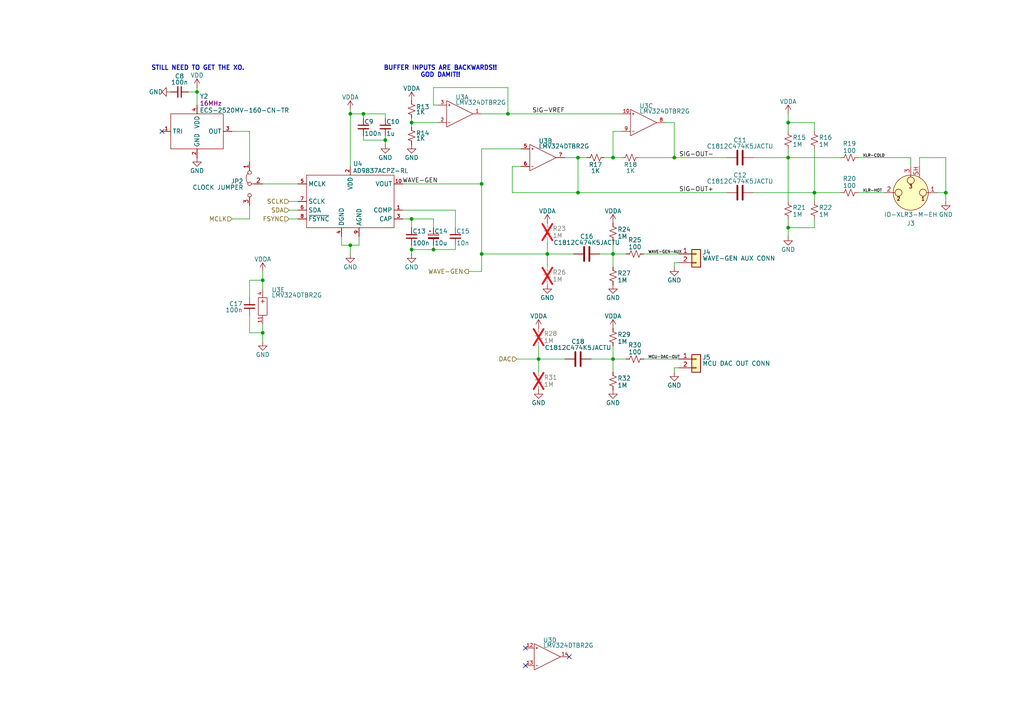
<source format=kicad_sch>
(kicad_sch
	(version 20231120)
	(generator "eeschema")
	(generator_version "8.0")
	(uuid "58fe0092-e672-4018-b001-dda582a49a5b")
	(paper "A4")
	(title_block
		(title "Benchy 2 Signal Generator - Generator")
		(rev "REV2")
		(company "Daxxn Industries")
	)
	(lib_symbols
		(symbol "DX_Capacitor_Ceramic:C1812C474K5JACTU"
			(exclude_from_sim no)
			(in_bom yes)
			(on_board yes)
			(property "Reference" "C"
				(at 2.54 0.762 0)
				(effects
					(font
						(size 1.27 1.27)
					)
					(justify left)
				)
			)
			(property "Value" "C1812C474K5JACTU"
				(at 2.54 -1.016 0)
				(effects
					(font
						(size 1.27 1.27)
					)
					(justify left)
				)
			)
			(property "Footprint" "Daxxn_Standard_Capacitors:CAP_1812"
				(at 1.016 8.128 0)
				(effects
					(font
						(size 1.27 1.27)
					)
					(hide yes)
				)
			)
			(property "Datasheet" "F:\\Electrical\\Datasheets\\C1812X334J5JACAUTO.pdf"
				(at 1.016 9.906 0)
				(effects
					(font
						(size 1.27 1.27)
					)
					(hide yes)
				)
			)
			(property "Description" "0.47 µF ±10% 50V Ceramic Capacitor U2J 1812 (4532 Metric)"
				(at 6.604 11.684 0)
				(effects
					(font
						(size 1.27 1.27)
					)
					(hide yes)
				)
			)
			(symbol "C1812C474K5JACTU_0_1"
				(polyline
					(pts
						(xy -2.032 -0.762) (xy 2.032 -0.762)
					)
					(stroke
						(width 0.508)
						(type default)
					)
					(fill
						(type none)
					)
				)
				(polyline
					(pts
						(xy -2.032 0.762) (xy 2.032 0.762)
					)
					(stroke
						(width 0.508)
						(type default)
					)
					(fill
						(type none)
					)
				)
			)
			(symbol "C1812C474K5JACTU_1_1"
				(pin passive line
					(at 0 3.81 270)
					(length 2.794)
					(name "~"
						(effects
							(font
								(size 0 0)
							)
						)
					)
					(number "1"
						(effects
							(font
								(size 0 0)
							)
						)
					)
				)
				(pin passive line
					(at 0 -3.81 90)
					(length 2.794)
					(name "~"
						(effects
							(font
								(size 0 0)
							)
						)
					)
					(number "2"
						(effects
							(font
								(size 0 0)
							)
						)
					)
				)
			)
		)
		(symbol "DX_Connector_JST:S2B-XH-A"
			(pin_names
				(offset 1.016) hide)
			(exclude_from_sim no)
			(in_bom yes)
			(on_board yes)
			(property "Reference" "J"
				(at 1.778 0.508 0)
				(effects
					(font
						(size 1.27 1.27)
					)
					(justify left)
				)
			)
			(property "Value" "S2B-XH-A"
				(at 1.778 -1.27 0)
				(effects
					(font
						(size 1.27 1.27)
					)
					(justify left)
				)
			)
			(property "Footprint" "Daxxn_Connectors_JST:S2B-XH-A"
				(at 0 5.588 0)
				(effects
					(font
						(size 1.27 1.27)
					)
					(hide yes)
				)
			)
			(property "Datasheet" "F:\\Electrical\\Datasheets\\eXH.pdf"
				(at 0 2.54 0)
				(effects
					(font
						(size 1.27 1.27)
					)
					(hide yes)
				)
			)
			(property "Description" "Connector Header Through Hole 2 position 0.098\" (2.50mm)"
				(at 0 4.064 0)
				(effects
					(font
						(size 1.27 1.27)
					)
					(hide yes)
				)
			)
			(property "Part Number" "0311-0000-00001"
				(at 0 6.858 0)
				(effects
					(font
						(size 1.27 1.27)
					)
					(hide yes)
				)
			)
			(property "ki_keywords" "connector jst xh 2pin r/a"
				(at 0 0 0)
				(effects
					(font
						(size 1.27 1.27)
					)
					(hide yes)
				)
			)
			(property "ki_fp_filters" "Connector*:*_1x??_*"
				(at 0 0 0)
				(effects
					(font
						(size 1.27 1.27)
					)
					(hide yes)
				)
			)
			(symbol "S2B-XH-A_1_1"
				(rectangle
					(start -1.27 -2.413)
					(end 0 -2.667)
					(stroke
						(width 0.1524)
						(type default)
					)
					(fill
						(type none)
					)
				)
				(rectangle
					(start -1.27 0.127)
					(end 0 -0.127)
					(stroke
						(width 0.1524)
						(type default)
					)
					(fill
						(type none)
					)
				)
				(rectangle
					(start -1.27 1.27)
					(end 1.27 -3.81)
					(stroke
						(width 0.254)
						(type default)
					)
					(fill
						(type background)
					)
				)
				(pin passive line
					(at -5.08 0 0)
					(length 3.81)
					(name "Pin_1"
						(effects
							(font
								(size 1.27 1.27)
							)
						)
					)
					(number "1"
						(effects
							(font
								(size 1.27 1.27)
							)
						)
					)
				)
				(pin passive line
					(at -5.08 -2.54 0)
					(length 3.81)
					(name "Pin_2"
						(effects
							(font
								(size 1.27 1.27)
							)
						)
					)
					(number "2"
						(effects
							(font
								(size 1.27 1.27)
							)
						)
					)
				)
			)
		)
		(symbol "DX_Connector_Jack:IO-XLR3-M-EH"
			(pin_names hide)
			(exclude_from_sim no)
			(in_bom yes)
			(on_board yes)
			(property "Reference" "J"
				(at 0 8.89 0)
				(effects
					(font
						(size 1.27 1.27)
					)
				)
			)
			(property "Value" "IO-XLR3-M-EH"
				(at 0 6.35 0)
				(effects
					(font
						(size 1.27 1.27)
					)
				)
			)
			(property "Footprint" "Daxxn_Connectors:IO-XLR3-M-EH"
				(at -0.508 14.732 0)
				(effects
					(font
						(size 1.27 1.27)
					)
					(hide yes)
				)
			)
			(property "Datasheet" "F:\\Electrical\\Drawings\\Connectors\\IO-XLR3-X-EH.pdf"
				(at 0 10.922 0)
				(effects
					(font
						(size 1.27 1.27)
					)
					(hide yes)
				)
			)
			(property "Description" "XLR Connector, Male or Female, 3 Pins, Discrete Ground Pin"
				(at -1.016 13.208 0)
				(effects
					(font
						(size 1.27 1.27)
					)
					(hide yes)
				)
			)
			(property "ki_keywords" "xlr connector male 3pin"
				(at 0 0 0)
				(effects
					(font
						(size 1.27 1.27)
					)
					(hide yes)
				)
			)
			(property "ki_fp_filters" "Jack*XLR*"
				(at 0 0 0)
				(effects
					(font
						(size 1.27 1.27)
					)
					(hide yes)
				)
			)
			(symbol "IO-XLR3-M-EH_0_1"
				(circle
					(center -3.556 0)
					(radius 1.016)
					(stroke
						(width 0)
						(type default)
					)
					(fill
						(type none)
					)
				)
				(circle
					(center 0 -3.556)
					(radius 1.016)
					(stroke
						(width 0)
						(type default)
					)
					(fill
						(type none)
					)
				)
				(polyline
					(pts
						(xy -5.08 0) (xy -4.572 0)
					)
					(stroke
						(width 0)
						(type default)
					)
					(fill
						(type none)
					)
				)
				(polyline
					(pts
						(xy -2.54 -5.08) (xy -2.54 -4.445)
					)
					(stroke
						(width 0)
						(type default)
					)
					(fill
						(type none)
					)
				)
				(polyline
					(pts
						(xy 0 -5.08) (xy 0 -4.572)
					)
					(stroke
						(width 0)
						(type default)
					)
					(fill
						(type none)
					)
				)
				(polyline
					(pts
						(xy 5.08 0) (xy 4.572 0)
					)
					(stroke
						(width 0)
						(type default)
					)
					(fill
						(type none)
					)
				)
				(circle
					(center 0 0)
					(radius 5.08)
					(stroke
						(width 0)
						(type default)
					)
					(fill
						(type background)
					)
				)
				(circle
					(center 3.556 0)
					(radius 1.016)
					(stroke
						(width 0)
						(type default)
					)
					(fill
						(type none)
					)
				)
				(text "1"
					(at -3.556 1.778 0)
					(effects
						(font
							(size 1.016 1.016)
							(bold yes)
						)
					)
				)
				(text "2"
					(at 3.556 1.778 0)
					(effects
						(font
							(size 1.016 1.016)
							(bold yes)
						)
					)
				)
				(text "3"
					(at 0 -1.778 0)
					(effects
						(font
							(size 1.016 1.016)
							(bold yes)
						)
					)
				)
				(pin passive line
					(at -7.62 0 0)
					(length 2.54)
					(name "~"
						(effects
							(font
								(size 1.27 1.27)
							)
						)
					)
					(number "1"
						(effects
							(font
								(size 1.27 1.27)
							)
						)
					)
				)
				(pin passive line
					(at 7.62 0 180)
					(length 2.54)
					(name "~"
						(effects
							(font
								(size 1.27 1.27)
							)
						)
					)
					(number "2"
						(effects
							(font
								(size 1.27 1.27)
							)
						)
					)
				)
				(pin passive line
					(at 0 -7.62 90)
					(length 2.54)
					(name "~"
						(effects
							(font
								(size 1.27 1.27)
							)
						)
					)
					(number "3"
						(effects
							(font
								(size 1.27 1.27)
							)
						)
					)
				)
			)
			(symbol "IO-XLR3-M-EH_1_1"
				(pin passive line
					(at -2.54 -7.62 90)
					(length 2.54)
					(name "~"
						(effects
							(font
								(size 1.27 1.27)
							)
						)
					)
					(number "SH"
						(effects
							(font
								(size 1.27 1.27)
							)
						)
					)
				)
			)
		)
		(symbol "DX_Device:C"
			(pin_numbers hide)
			(pin_names
				(offset 0.254) hide)
			(exclude_from_sim no)
			(in_bom yes)
			(on_board yes)
			(property "Reference" "C"
				(at 0.254 1.524 0)
				(effects
					(font
						(size 1.27 1.27)
					)
					(justify left)
				)
			)
			(property "Value" "C"
				(at 0.254 -1.905 0)
				(effects
					(font
						(size 1.27 1.27)
					)
					(justify left)
				)
			)
			(property "Footprint" "Daxxn_Standard_Capacitors:CAP_0402"
				(at 0 5.842 0)
				(effects
					(font
						(size 1.27 1.27)
					)
					(hide yes)
				)
			)
			(property "Datasheet" "~"
				(at 0 6.858 0)
				(effects
					(font
						(size 1.27 1.27)
					)
					(hide yes)
				)
			)
			(property "Description" "Unpolarized Capacitor"
				(at 0 4.318 0)
				(effects
					(font
						(size 1.27 1.27)
					)
					(hide yes)
				)
			)
			(property "ki_keywords" "capacitor cap daxxn"
				(at 0 0 0)
				(effects
					(font
						(size 1.27 1.27)
					)
					(hide yes)
				)
			)
			(property "ki_fp_filters" "C_*"
				(at 0 0 0)
				(effects
					(font
						(size 1.27 1.27)
					)
					(hide yes)
				)
			)
			(symbol "C_0_1"
				(polyline
					(pts
						(xy -1.524 -0.508) (xy 1.524 -0.508)
					)
					(stroke
						(width 0.3302)
						(type default)
					)
					(fill
						(type none)
					)
				)
				(polyline
					(pts
						(xy -1.524 0.508) (xy 1.524 0.508)
					)
					(stroke
						(width 0.3048)
						(type default)
					)
					(fill
						(type none)
					)
				)
			)
			(symbol "C_1_1"
				(pin passive line
					(at 0 2.54 270)
					(length 2.032)
					(name "~"
						(effects
							(font
								(size 1.27 1.27)
							)
						)
					)
					(number "1"
						(effects
							(font
								(size 1.27 1.27)
							)
						)
					)
				)
				(pin passive line
					(at 0 -2.54 90)
					(length 2.032)
					(name "~"
						(effects
							(font
								(size 1.27 1.27)
							)
						)
					)
					(number "2"
						(effects
							(font
								(size 1.27 1.27)
							)
						)
					)
				)
			)
		)
		(symbol "DX_Device:C_Pol"
			(pin_numbers hide)
			(pin_names
				(offset 0.254) hide)
			(exclude_from_sim no)
			(in_bom yes)
			(on_board yes)
			(property "Reference" "C"
				(at 0.254 1.524 0)
				(effects
					(font
						(size 1.27 1.27)
					)
					(justify left)
				)
			)
			(property "Value" "C_Polar"
				(at 0.254 -1.905 0)
				(effects
					(font
						(size 1.27 1.27)
					)
					(justify left)
				)
			)
			(property "Footprint" ""
				(at 0 0 0)
				(effects
					(font
						(size 1.27 1.27)
					)
					(hide yes)
				)
			)
			(property "Datasheet" "~"
				(at 0 0 0)
				(effects
					(font
						(size 1.27 1.27)
					)
					(hide yes)
				)
			)
			(property "Description" "Polarized Capacitor"
				(at 0 0 0)
				(effects
					(font
						(size 1.27 1.27)
					)
					(hide yes)
				)
			)
			(property "ki_keywords" "cap capacitor polar daxxn"
				(at 0 0 0)
				(effects
					(font
						(size 1.27 1.27)
					)
					(hide yes)
				)
			)
			(property "ki_fp_filters" "CP_*"
				(at 0 0 0)
				(effects
					(font
						(size 1.27 1.27)
					)
					(hide yes)
				)
			)
			(symbol "C_Pol_0_1"
				(rectangle
					(start -1.524 -0.3048)
					(end 1.524 -0.6858)
					(stroke
						(width 0)
						(type default)
					)
					(fill
						(type outline)
					)
				)
				(rectangle
					(start -1.524 0.6858)
					(end 1.524 0.3048)
					(stroke
						(width 0)
						(type default)
					)
					(fill
						(type none)
					)
				)
				(polyline
					(pts
						(xy -1.27 1.524) (xy -0.762 1.524)
					)
					(stroke
						(width 0)
						(type default)
					)
					(fill
						(type none)
					)
				)
				(polyline
					(pts
						(xy -1.016 1.27) (xy -1.016 1.778)
					)
					(stroke
						(width 0)
						(type default)
					)
					(fill
						(type none)
					)
				)
			)
			(symbol "C_Pol_1_1"
				(pin passive line
					(at 0 2.54 270)
					(length 1.8542)
					(name "~"
						(effects
							(font
								(size 1.27 1.27)
							)
						)
					)
					(number "1"
						(effects
							(font
								(size 1.27 1.27)
							)
						)
					)
				)
				(pin passive line
					(at 0 -2.54 90)
					(length 1.8542)
					(name "~"
						(effects
							(font
								(size 1.27 1.27)
							)
						)
					)
					(number "2"
						(effects
							(font
								(size 1.27 1.27)
							)
						)
					)
				)
			)
		)
		(symbol "DX_Device:R"
			(pin_numbers hide)
			(pin_names
				(offset 0.254) hide)
			(exclude_from_sim no)
			(in_bom yes)
			(on_board yes)
			(property "Reference" "R"
				(at 1.016 0.635 0)
				(effects
					(font
						(size 1.27 1.27)
					)
					(justify left)
				)
			)
			(property "Value" "R"
				(at 1.016 -1.016 0)
				(effects
					(font
						(size 1.27 1.27)
					)
					(justify left)
				)
			)
			(property "Footprint" "Daxxn_Standard_Resistors:RES_0402"
				(at 0 5.334 0)
				(effects
					(font
						(size 1.27 1.27)
					)
					(hide yes)
				)
			)
			(property "Datasheet" "~"
				(at 0 6.35 0)
				(effects
					(font
						(size 1.27 1.27)
					)
					(hide yes)
				)
			)
			(property "Description" "Resistor"
				(at 0 3.81 0)
				(effects
					(font
						(size 1.27 1.27)
					)
					(hide yes)
				)
			)
			(property "ki_keywords" "r resistor daxxn"
				(at 0 0 0)
				(effects
					(font
						(size 1.27 1.27)
					)
					(hide yes)
				)
			)
			(property "ki_fp_filters" "R_*"
				(at 0 0 0)
				(effects
					(font
						(size 1.27 1.27)
					)
					(hide yes)
				)
			)
			(symbol "R_1_1"
				(polyline
					(pts
						(xy 0 0) (xy 1.016 -0.381) (xy 0 -0.762) (xy -1.016 -1.143) (xy 0 -1.524)
					)
					(stroke
						(width 0)
						(type default)
					)
					(fill
						(type none)
					)
				)
				(polyline
					(pts
						(xy 0 1.524) (xy 1.016 1.143) (xy 0 0.762) (xy -1.016 0.381) (xy 0 0)
					)
					(stroke
						(width 0)
						(type default)
					)
					(fill
						(type none)
					)
				)
				(pin passive line
					(at 0 2.54 270)
					(length 1.016)
					(name "~"
						(effects
							(font
								(size 1.27 1.27)
							)
						)
					)
					(number "1"
						(effects
							(font
								(size 1.27 1.27)
							)
						)
					)
				)
				(pin passive line
					(at 0 -2.54 90)
					(length 1.016)
					(name "~"
						(effects
							(font
								(size 1.27 1.27)
							)
						)
					)
					(number "2"
						(effects
							(font
								(size 1.27 1.27)
							)
						)
					)
				)
			)
		)
		(symbol "DX_IC_Amplifier_OPAMP:LMV324DTBR2G"
			(exclude_from_sim no)
			(in_bom yes)
			(on_board yes)
			(property "Reference" "U"
				(at 2.54 4.826 0)
				(effects
					(font
						(size 1.27 1.27)
					)
					(justify left)
				)
			)
			(property "Value" "LMV324DTBR2G"
				(at 2.54 3.302 0)
				(effects
					(font
						(size 1.27 1.27)
					)
					(justify left)
				)
			)
			(property "Footprint" "Daxxn_Packages:TSSOP-14_4.4x5mm_P0.65mm"
				(at 0 12.446 0)
				(effects
					(font
						(size 1.27 1.27)
					)
					(hide yes)
				)
			)
			(property "Datasheet" "https://www.onsemi.com/pdf/datasheet/lmv321-d.pdf"
				(at 0 10.922 0)
				(effects
					(font
						(size 1.27 1.27)
					)
					(hide yes)
				)
			)
			(property "Description" "Voltage Feedback Amplifier 4 Circuit Rail-to-Rail 14-TSSOP"
				(at 0 9.398 0)
				(effects
					(font
						(size 1.27 1.27)
					)
					(hide yes)
				)
			)
			(property "ki_keywords" "opamp 4ch rail-to-rail voltage-feedback"
				(at 0 0 0)
				(effects
					(font
						(size 1.27 1.27)
					)
					(hide yes)
				)
			)
			(symbol "LMV324DTBR2G_1_0"
				(polyline
					(pts
						(xy 0.508 -2.54) (xy 1.016 -2.54)
					)
					(stroke
						(width 0)
						(type default)
					)
					(fill
						(type none)
					)
				)
				(polyline
					(pts
						(xy 0.508 2.54) (xy 1.016 2.54)
					)
					(stroke
						(width 0)
						(type default)
					)
					(fill
						(type none)
					)
				)
				(polyline
					(pts
						(xy 0.762 2.794) (xy 0.762 2.286)
					)
					(stroke
						(width 0)
						(type default)
					)
					(fill
						(type none)
					)
				)
				(polyline
					(pts
						(xy 0 3.81) (xy 0 -3.81) (xy 7.62 0) (xy 0 3.81)
					)
					(stroke
						(width 0)
						(type default)
					)
					(fill
						(type none)
					)
				)
				(pin output line
					(at 10.16 0 180)
					(length 2.54)
					(name "OUT1"
						(effects
							(font
								(size 0 0)
							)
						)
					)
					(number "1"
						(effects
							(font
								(size 0.9906 0.9906)
							)
						)
					)
				)
				(pin input line
					(at -2.54 -2.54 0)
					(length 2.54)
					(name "IN1-"
						(effects
							(font
								(size 0 0)
							)
						)
					)
					(number "2"
						(effects
							(font
								(size 0.9906 0.9906)
							)
						)
					)
				)
				(pin input line
					(at -2.54 2.54 0)
					(length 2.54)
					(name "IN1+"
						(effects
							(font
								(size 0 0)
							)
						)
					)
					(number "3"
						(effects
							(font
								(size 0.9906 0.9906)
							)
						)
					)
				)
			)
			(symbol "LMV324DTBR2G_2_0"
				(polyline
					(pts
						(xy 0.508 -2.54) (xy 1.016 -2.54)
					)
					(stroke
						(width 0)
						(type default)
					)
					(fill
						(type none)
					)
				)
				(polyline
					(pts
						(xy 0.508 2.54) (xy 1.016 2.54)
					)
					(stroke
						(width 0)
						(type default)
					)
					(fill
						(type none)
					)
				)
				(polyline
					(pts
						(xy 0.762 2.794) (xy 0.762 2.286)
					)
					(stroke
						(width 0)
						(type default)
					)
					(fill
						(type none)
					)
				)
				(polyline
					(pts
						(xy 0 3.81) (xy 0 -3.81) (xy 7.62 0) (xy 0 3.81)
					)
					(stroke
						(width 0)
						(type default)
					)
					(fill
						(type none)
					)
				)
				(pin input line
					(at -2.54 2.54 0)
					(length 2.54)
					(name "IN2+"
						(effects
							(font
								(size 0 0)
							)
						)
					)
					(number "5"
						(effects
							(font
								(size 0.9906 0.9906)
							)
						)
					)
				)
				(pin input line
					(at -2.54 -2.54 0)
					(length 2.54)
					(name "IN2-"
						(effects
							(font
								(size 0 0)
							)
						)
					)
					(number "6"
						(effects
							(font
								(size 0.9906 0.9906)
							)
						)
					)
				)
				(pin output line
					(at 10.16 0 180)
					(length 2.54)
					(name "OUT2"
						(effects
							(font
								(size 0 0)
							)
						)
					)
					(number "7"
						(effects
							(font
								(size 0.9906 0.9906)
							)
						)
					)
				)
			)
			(symbol "LMV324DTBR2G_3_0"
				(polyline
					(pts
						(xy 0.508 -2.54) (xy 1.016 -2.54)
					)
					(stroke
						(width 0)
						(type default)
					)
					(fill
						(type none)
					)
				)
				(polyline
					(pts
						(xy 0.508 2.54) (xy 1.016 2.54)
					)
					(stroke
						(width 0)
						(type default)
					)
					(fill
						(type none)
					)
				)
				(polyline
					(pts
						(xy 0.762 2.794) (xy 0.762 2.286)
					)
					(stroke
						(width 0)
						(type default)
					)
					(fill
						(type none)
					)
				)
				(polyline
					(pts
						(xy 0 3.81) (xy 0 -3.81) (xy 7.62 0) (xy 0 3.81)
					)
					(stroke
						(width 0)
						(type default)
					)
					(fill
						(type none)
					)
				)
				(pin input line
					(at -2.54 2.54 0)
					(length 2.54)
					(name "IN3+"
						(effects
							(font
								(size 0 0)
							)
						)
					)
					(number "10"
						(effects
							(font
								(size 0.9906 0.9906)
							)
						)
					)
				)
				(pin output line
					(at 10.16 0 180)
					(length 2.54)
					(name "OUT3"
						(effects
							(font
								(size 0 0)
							)
						)
					)
					(number "8"
						(effects
							(font
								(size 0.9906 0.9906)
							)
						)
					)
				)
				(pin input line
					(at -2.54 -2.54 0)
					(length 2.54)
					(name "IN3-"
						(effects
							(font
								(size 0 0)
							)
						)
					)
					(number "9"
						(effects
							(font
								(size 0.9906 0.9906)
							)
						)
					)
				)
			)
			(symbol "LMV324DTBR2G_4_0"
				(polyline
					(pts
						(xy 0.508 -2.54) (xy 1.016 -2.54)
					)
					(stroke
						(width 0)
						(type default)
					)
					(fill
						(type none)
					)
				)
				(polyline
					(pts
						(xy 0.508 2.54) (xy 1.016 2.54)
					)
					(stroke
						(width 0)
						(type default)
					)
					(fill
						(type none)
					)
				)
				(polyline
					(pts
						(xy 0.762 2.794) (xy 0.762 2.286)
					)
					(stroke
						(width 0)
						(type default)
					)
					(fill
						(type none)
					)
				)
				(polyline
					(pts
						(xy 0 3.81) (xy 0 -3.81) (xy 7.62 0) (xy 0 3.81)
					)
					(stroke
						(width 0)
						(type default)
					)
					(fill
						(type none)
					)
				)
				(pin input line
					(at -2.54 2.54 0)
					(length 2.54)
					(name "IN4+"
						(effects
							(font
								(size 0 0)
							)
						)
					)
					(number "12"
						(effects
							(font
								(size 0.9906 0.9906)
							)
						)
					)
				)
				(pin input line
					(at -2.54 -2.54 0)
					(length 2.54)
					(name "IN4-"
						(effects
							(font
								(size 0 0)
							)
						)
					)
					(number "13"
						(effects
							(font
								(size 0.9906 0.9906)
							)
						)
					)
				)
				(pin output line
					(at 10.16 0 180)
					(length 2.54)
					(name "OUT4"
						(effects
							(font
								(size 0 0)
							)
						)
					)
					(number "14"
						(effects
							(font
								(size 0.9906 0.9906)
							)
						)
					)
				)
			)
			(symbol "LMV324DTBR2G_5_0"
				(rectangle
					(start -1.27 2.54)
					(end 1.27 -2.54)
					(stroke
						(width 0)
						(type default)
					)
					(fill
						(type none)
					)
				)
				(polyline
					(pts
						(xy 0 2.032) (xy 0 1.016)
					)
					(stroke
						(width 0)
						(type default)
					)
					(fill
						(type none)
					)
				)
				(polyline
					(pts
						(xy 0.508 1.524) (xy -0.508 1.524)
					)
					(stroke
						(width 0)
						(type default)
					)
					(fill
						(type none)
					)
				)
				(pin power_in line
					(at 0 -5.08 90)
					(length 2.54)
					(name "V-"
						(effects
							(font
								(size 0 0)
							)
						)
					)
					(number "11"
						(effects
							(font
								(size 0.9906 0.9906)
							)
						)
					)
				)
				(pin power_in line
					(at 0 5.08 270)
					(length 2.54)
					(name "V+"
						(effects
							(font
								(size 0 0)
							)
						)
					)
					(number "4"
						(effects
							(font
								(size 0.9906 0.9906)
							)
						)
					)
				)
			)
		)
		(symbol "DX_IC_Clock:AD9837ACPZ-RL"
			(exclude_from_sim no)
			(in_bom yes)
			(on_board yes)
			(property "Reference" "U"
				(at 13.462 3.302 0)
				(effects
					(font
						(size 1.27 1.27)
					)
					(justify left)
				)
			)
			(property "Value" "AD9837ACPZ-RL"
				(at 13.462 1.27 0)
				(effects
					(font
						(size 1.27 1.27)
					)
					(justify left)
				)
			)
			(property "Footprint" "Daxxn_Packages:DFN-10-1EP_3x3mm_P0.5mm_EP1.65x2.38mm"
				(at 12.7 5.08 0)
				(effects
					(font
						(size 1.27 1.27)
					)
					(hide yes)
				)
			)
			(property "Datasheet" "F:\\Electrical\\Datasheets\\AD9837.pdf"
				(at 12.7 8.128 0)
				(effects
					(font
						(size 1.27 1.27)
					)
					(hide yes)
				)
			)
			(property "Description" "Direct Digital Synthesis IC 10 b 5 MHz 28 b Tuning DFN-10 (3x3)"
				(at 12.7 6.604 0)
				(effects
					(font
						(size 1.27 1.27)
					)
					(hide yes)
				)
			)
			(property "ki_keywords" "analog ic dds synth"
				(at 0 0 0)
				(effects
					(font
						(size 1.27 1.27)
					)
					(hide yes)
				)
			)
			(symbol "AD9837ACPZ-RL_0_0"
				(pin output line
					(at 27.94 -10.16 180)
					(length 2.54)
					(name "COMP"
						(effects
							(font
								(size 1.27 1.27)
							)
						)
					)
					(number "1"
						(effects
							(font
								(size 0.9906 0.9906)
							)
						)
					)
				)
				(pin output line
					(at 27.94 -2.54 180)
					(length 2.54)
					(name "VOUT"
						(effects
							(font
								(size 1.27 1.27)
							)
						)
					)
					(number "10"
						(effects
							(font
								(size 0.9906 0.9906)
							)
						)
					)
				)
				(pin power_in line
					(at 12.7 2.54 270)
					(length 2.54)
					(name "VDD"
						(effects
							(font
								(size 1.27 1.27)
							)
						)
					)
					(number "2"
						(effects
							(font
								(size 0.9906 0.9906)
							)
						)
					)
				)
				(pin power_out line
					(at 27.94 -12.7 180)
					(length 2.54)
					(name "CAP"
						(effects
							(font
								(size 1.27 1.27)
							)
						)
					)
					(number "3"
						(effects
							(font
								(size 0.9906 0.9906)
							)
						)
					)
				)
				(pin power_in line
					(at 10.16 -17.78 90)
					(length 2.54)
					(name "DGND"
						(effects
							(font
								(size 1.27 1.27)
							)
						)
					)
					(number "4"
						(effects
							(font
								(size 0.9906 0.9906)
							)
						)
					)
				)
				(pin input line
					(at -2.54 -2.54 0)
					(length 2.54)
					(name "MCLK"
						(effects
							(font
								(size 1.27 1.27)
							)
						)
					)
					(number "5"
						(effects
							(font
								(size 0.9906 0.9906)
							)
						)
					)
				)
				(pin input line
					(at -2.54 -10.16 0)
					(length 2.54)
					(name "SDA"
						(effects
							(font
								(size 1.27 1.27)
							)
						)
					)
					(number "6"
						(effects
							(font
								(size 0.9906 0.9906)
							)
						)
					)
				)
				(pin input line
					(at -2.54 -7.62 0)
					(length 2.54)
					(name "SCLK"
						(effects
							(font
								(size 1.27 1.27)
							)
						)
					)
					(number "7"
						(effects
							(font
								(size 0.9906 0.9906)
							)
						)
					)
				)
				(pin power_in line
					(at 15.24 -17.78 90)
					(length 2.54)
					(name "AGND"
						(effects
							(font
								(size 1.27 1.27)
							)
						)
					)
					(number "9"
						(effects
							(font
								(size 0.9906 0.9906)
							)
						)
					)
				)
			)
			(symbol "AD9837ACPZ-RL_0_1"
				(rectangle
					(start 0 0)
					(end 25.4 -15.24)
					(stroke
						(width 0)
						(type default)
					)
					(fill
						(type none)
					)
				)
			)
			(symbol "AD9837ACPZ-RL_1_0"
				(pin power_in line
					(at 10.16 -17.78 90)
					(length 2.54) hide
					(name "DGND"
						(effects
							(font
								(size 1.27 1.27)
							)
						)
					)
					(number "11"
						(effects
							(font
								(size 0.9906 0.9906)
							)
						)
					)
				)
				(pin input line
					(at -2.54 -12.7 0)
					(length 2.54)
					(name "~{FSYNC}"
						(effects
							(font
								(size 1.27 1.27)
							)
						)
					)
					(number "8"
						(effects
							(font
								(size 0.9906 0.9906)
							)
						)
					)
				)
			)
		)
		(symbol "DX_Oscillator_CMOS:ECS-2520MV-160-CN-TR"
			(exclude_from_sim no)
			(in_bom yes)
			(on_board yes)
			(property "Reference" "Y"
				(at 8.382 5.08 0)
				(effects
					(font
						(size 1.27 1.27)
					)
					(justify left)
				)
			)
			(property "Value" "ECS-2520MV-160-CN-TR"
				(at 8.382 1.016 0)
				(effects
					(font
						(size 1.27 1.27)
					)
					(justify left)
				)
			)
			(property "Footprint" "Daxxn_Passives:Crystal_SMD_4Pin_2.5x2.0mm"
				(at 7.62 8.89 0)
				(effects
					(font
						(size 1.27 1.27)
					)
					(hide yes)
				)
			)
			(property "Datasheet" "F:\\Electrical\\Datasheets\\ECS-2520MV.pdf"
				(at 7.62 10.414 0)
				(effects
					(font
						(size 1.27 1.27)
					)
					(hide yes)
				)
			)
			(property "Description" "16 MHz XO (Standard) HCMOS Oscillator 1.6V ~ 3.6V Enable/Disable 4-SMD, No Lead"
				(at 7.62 7.112 0)
				(effects
					(font
						(size 1.27 1.27)
					)
					(hide yes)
				)
			)
			(property "Frequency" "16MHz"
				(at 8.382 3.048 0)
				(effects
					(font
						(size 1.27 1.27)
					)
					(justify left)
				)
			)
			(property "ki_keywords" "oscillator digital"
				(at 0 0 0)
				(effects
					(font
						(size 1.27 1.27)
					)
					(hide yes)
				)
			)
			(symbol "ECS-2520MV-160-CN-TR_0_0"
				(pin power_in line
					(at 7.62 -12.7 90)
					(length 2.54)
					(name "GND"
						(effects
							(font
								(size 1.27 1.27)
							)
						)
					)
					(number "2"
						(effects
							(font
								(size 0.9906 0.9906)
							)
						)
					)
				)
				(pin output line
					(at 17.78 -5.08 180)
					(length 2.54)
					(name "OUT"
						(effects
							(font
								(size 1.27 1.27)
							)
						)
					)
					(number "3"
						(effects
							(font
								(size 0.9906 0.9906)
							)
						)
					)
				)
				(pin power_in line
					(at 7.62 2.54 270)
					(length 2.54)
					(name "VDD"
						(effects
							(font
								(size 1.27 1.27)
							)
						)
					)
					(number "4"
						(effects
							(font
								(size 0.9906 0.9906)
							)
						)
					)
				)
			)
			(symbol "ECS-2520MV-160-CN-TR_0_1"
				(rectangle
					(start 0 0)
					(end 15.24 -10.16)
					(stroke
						(width 0)
						(type default)
					)
					(fill
						(type none)
					)
				)
			)
			(symbol "ECS-2520MV-160-CN-TR_1_0"
				(pin input line
					(at -2.54 -5.08 0)
					(length 2.54)
					(name "TRI"
						(effects
							(font
								(size 1.27 1.27)
							)
						)
					)
					(number "1"
						(effects
							(font
								(size 0.9906 0.9906)
							)
						)
					)
				)
			)
		)
		(symbol "Jumper:Jumper_3_Bridged12"
			(pin_names
				(offset 0) hide)
			(exclude_from_sim yes)
			(in_bom no)
			(on_board yes)
			(property "Reference" "JP"
				(at -2.54 -2.54 0)
				(effects
					(font
						(size 1.27 1.27)
					)
				)
			)
			(property "Value" "Jumper_3_Bridged12"
				(at 0 2.794 0)
				(effects
					(font
						(size 1.27 1.27)
					)
				)
			)
			(property "Footprint" ""
				(at 0 0 0)
				(effects
					(font
						(size 1.27 1.27)
					)
					(hide yes)
				)
			)
			(property "Datasheet" "~"
				(at 0 0 0)
				(effects
					(font
						(size 1.27 1.27)
					)
					(hide yes)
				)
			)
			(property "Description" "Jumper, 3-pole, pins 1+2 closed/bridged"
				(at 0 0 0)
				(effects
					(font
						(size 1.27 1.27)
					)
					(hide yes)
				)
			)
			(property "ki_keywords" "Jumper SPDT"
				(at 0 0 0)
				(effects
					(font
						(size 1.27 1.27)
					)
					(hide yes)
				)
			)
			(property "ki_fp_filters" "Jumper* TestPoint*3Pads* TestPoint*Bridge*"
				(at 0 0 0)
				(effects
					(font
						(size 1.27 1.27)
					)
					(hide yes)
				)
			)
			(symbol "Jumper_3_Bridged12_0_0"
				(circle
					(center -3.302 0)
					(radius 0.508)
					(stroke
						(width 0)
						(type default)
					)
					(fill
						(type none)
					)
				)
				(circle
					(center 0 0)
					(radius 0.508)
					(stroke
						(width 0)
						(type default)
					)
					(fill
						(type none)
					)
				)
				(circle
					(center 3.302 0)
					(radius 0.508)
					(stroke
						(width 0)
						(type default)
					)
					(fill
						(type none)
					)
				)
			)
			(symbol "Jumper_3_Bridged12_0_1"
				(arc
					(start -0.254 0.508)
					(mid -1.651 0.9912)
					(end -3.048 0.508)
					(stroke
						(width 0)
						(type default)
					)
					(fill
						(type none)
					)
				)
				(polyline
					(pts
						(xy 0 -1.27) (xy 0 -0.508)
					)
					(stroke
						(width 0)
						(type default)
					)
					(fill
						(type none)
					)
				)
			)
			(symbol "Jumper_3_Bridged12_1_1"
				(pin passive line
					(at -6.35 0 0)
					(length 2.54)
					(name "A"
						(effects
							(font
								(size 1.27 1.27)
							)
						)
					)
					(number "1"
						(effects
							(font
								(size 1.27 1.27)
							)
						)
					)
				)
				(pin passive line
					(at 0 -3.81 90)
					(length 2.54)
					(name "C"
						(effects
							(font
								(size 1.27 1.27)
							)
						)
					)
					(number "2"
						(effects
							(font
								(size 1.27 1.27)
							)
						)
					)
				)
				(pin passive line
					(at 6.35 0 180)
					(length 2.54)
					(name "B"
						(effects
							(font
								(size 1.27 1.27)
							)
						)
					)
					(number "3"
						(effects
							(font
								(size 1.27 1.27)
							)
						)
					)
				)
			)
		)
		(symbol "power:GND"
			(power)
			(pin_numbers hide)
			(pin_names
				(offset 0) hide)
			(exclude_from_sim no)
			(in_bom yes)
			(on_board yes)
			(property "Reference" "#PWR"
				(at 0 -6.35 0)
				(effects
					(font
						(size 1.27 1.27)
					)
					(hide yes)
				)
			)
			(property "Value" "GND"
				(at 0 -3.81 0)
				(effects
					(font
						(size 1.27 1.27)
					)
				)
			)
			(property "Footprint" ""
				(at 0 0 0)
				(effects
					(font
						(size 1.27 1.27)
					)
					(hide yes)
				)
			)
			(property "Datasheet" ""
				(at 0 0 0)
				(effects
					(font
						(size 1.27 1.27)
					)
					(hide yes)
				)
			)
			(property "Description" "Power symbol creates a global label with name \"GND\" , ground"
				(at 0 0 0)
				(effects
					(font
						(size 1.27 1.27)
					)
					(hide yes)
				)
			)
			(property "ki_keywords" "global power"
				(at 0 0 0)
				(effects
					(font
						(size 1.27 1.27)
					)
					(hide yes)
				)
			)
			(symbol "GND_0_1"
				(polyline
					(pts
						(xy 0 0) (xy 0 -1.27) (xy 1.27 -1.27) (xy 0 -2.54) (xy -1.27 -1.27) (xy 0 -1.27)
					)
					(stroke
						(width 0)
						(type default)
					)
					(fill
						(type none)
					)
				)
			)
			(symbol "GND_1_1"
				(pin power_in line
					(at 0 0 270)
					(length 0)
					(name "~"
						(effects
							(font
								(size 1.27 1.27)
							)
						)
					)
					(number "1"
						(effects
							(font
								(size 1.27 1.27)
							)
						)
					)
				)
			)
		)
		(symbol "power:VDD"
			(power)
			(pin_numbers hide)
			(pin_names
				(offset 0) hide)
			(exclude_from_sim no)
			(in_bom yes)
			(on_board yes)
			(property "Reference" "#PWR"
				(at 0 -3.81 0)
				(effects
					(font
						(size 1.27 1.27)
					)
					(hide yes)
				)
			)
			(property "Value" "VDD"
				(at 0 3.556 0)
				(effects
					(font
						(size 1.27 1.27)
					)
				)
			)
			(property "Footprint" ""
				(at 0 0 0)
				(effects
					(font
						(size 1.27 1.27)
					)
					(hide yes)
				)
			)
			(property "Datasheet" ""
				(at 0 0 0)
				(effects
					(font
						(size 1.27 1.27)
					)
					(hide yes)
				)
			)
			(property "Description" "Power symbol creates a global label with name \"VDD\""
				(at 0 0 0)
				(effects
					(font
						(size 1.27 1.27)
					)
					(hide yes)
				)
			)
			(property "ki_keywords" "global power"
				(at 0 0 0)
				(effects
					(font
						(size 1.27 1.27)
					)
					(hide yes)
				)
			)
			(symbol "VDD_0_1"
				(polyline
					(pts
						(xy -0.762 1.27) (xy 0 2.54)
					)
					(stroke
						(width 0)
						(type default)
					)
					(fill
						(type none)
					)
				)
				(polyline
					(pts
						(xy 0 0) (xy 0 2.54)
					)
					(stroke
						(width 0)
						(type default)
					)
					(fill
						(type none)
					)
				)
				(polyline
					(pts
						(xy 0 2.54) (xy 0.762 1.27)
					)
					(stroke
						(width 0)
						(type default)
					)
					(fill
						(type none)
					)
				)
			)
			(symbol "VDD_1_1"
				(pin power_in line
					(at 0 0 90)
					(length 0)
					(name "~"
						(effects
							(font
								(size 1.27 1.27)
							)
						)
					)
					(number "1"
						(effects
							(font
								(size 1.27 1.27)
							)
						)
					)
				)
			)
		)
		(symbol "power:VDDA"
			(power)
			(pin_numbers hide)
			(pin_names
				(offset 0) hide)
			(exclude_from_sim no)
			(in_bom yes)
			(on_board yes)
			(property "Reference" "#PWR"
				(at 0 -3.81 0)
				(effects
					(font
						(size 1.27 1.27)
					)
					(hide yes)
				)
			)
			(property "Value" "VDDA"
				(at 0 3.556 0)
				(effects
					(font
						(size 1.27 1.27)
					)
				)
			)
			(property "Footprint" ""
				(at 0 0 0)
				(effects
					(font
						(size 1.27 1.27)
					)
					(hide yes)
				)
			)
			(property "Datasheet" ""
				(at 0 0 0)
				(effects
					(font
						(size 1.27 1.27)
					)
					(hide yes)
				)
			)
			(property "Description" "Power symbol creates a global label with name \"VDDA\""
				(at 0 0 0)
				(effects
					(font
						(size 1.27 1.27)
					)
					(hide yes)
				)
			)
			(property "ki_keywords" "global power"
				(at 0 0 0)
				(effects
					(font
						(size 1.27 1.27)
					)
					(hide yes)
				)
			)
			(symbol "VDDA_0_1"
				(polyline
					(pts
						(xy -0.762 1.27) (xy 0 2.54)
					)
					(stroke
						(width 0)
						(type default)
					)
					(fill
						(type none)
					)
				)
				(polyline
					(pts
						(xy 0 0) (xy 0 2.54)
					)
					(stroke
						(width 0)
						(type default)
					)
					(fill
						(type none)
					)
				)
				(polyline
					(pts
						(xy 0 2.54) (xy 0.762 1.27)
					)
					(stroke
						(width 0)
						(type default)
					)
					(fill
						(type none)
					)
				)
			)
			(symbol "VDDA_1_1"
				(pin power_in line
					(at 0 0 90)
					(length 0)
					(name "~"
						(effects
							(font
								(size 1.27 1.27)
							)
						)
					)
					(number "1"
						(effects
							(font
								(size 1.27 1.27)
							)
						)
					)
				)
			)
		)
	)
	(junction
		(at 76.2 96.52)
		(diameter 0)
		(color 0 0 0 0)
		(uuid "012169d9-0668-409d-91a6-d235fc67a882")
	)
	(junction
		(at 119.38 63.5)
		(diameter 0)
		(color 0 0 0 0)
		(uuid "0722b279-47f3-4b2f-b668-f29cc599ecf6")
	)
	(junction
		(at 177.8 104.14)
		(diameter 0)
		(color 0 0 0 0)
		(uuid "0a469e41-4fc4-49da-bdac-151bcb03d757")
	)
	(junction
		(at 139.7 53.34)
		(diameter 0)
		(color 0 0 0 0)
		(uuid "13d24818-fd32-457e-b06e-5c0962df98ff")
	)
	(junction
		(at 177.8 73.66)
		(diameter 0)
		(color 0 0 0 0)
		(uuid "180e0aa6-d8fc-4df6-b732-2ff7394a16b9")
	)
	(junction
		(at 195.58 45.72)
		(diameter 0)
		(color 0 0 0 0)
		(uuid "1c4d2155-3b74-469d-9e57-4be2399182c3")
	)
	(junction
		(at 228.6 35.56)
		(diameter 0)
		(color 0 0 0 0)
		(uuid "215232f7-5ec0-4151-beb2-8d9e506a2e35")
	)
	(junction
		(at 101.6 71.12)
		(diameter 0)
		(color 0 0 0 0)
		(uuid "22af8dfa-5038-437c-b910-748d2c27630e")
	)
	(junction
		(at 101.6 33.02)
		(diameter 0)
		(color 0 0 0 0)
		(uuid "2ce63273-5741-4088-9e51-4bb9c4fec141")
	)
	(junction
		(at 139.7 73.66)
		(diameter 0)
		(color 0 0 0 0)
		(uuid "3aca64f6-0036-496a-967b-f3024ebd6518")
	)
	(junction
		(at 111.76 40.64)
		(diameter 0)
		(color 0 0 0 0)
		(uuid "3ea52ceb-cdd7-448e-9b8f-c5dc1108ba14")
	)
	(junction
		(at 156.21 104.14)
		(diameter 0)
		(color 0 0 0 0)
		(uuid "41fe73c9-a58a-453d-8ff8-750fa4f18824")
	)
	(junction
		(at 147.32 33.02)
		(diameter 0)
		(color 0 0 0 0)
		(uuid "4d9ed477-2d75-41f6-9562-1409182226dc")
	)
	(junction
		(at 274.32 55.88)
		(diameter 0)
		(color 0 0 0 0)
		(uuid "510915dc-b2f9-46d6-bf76-2ba75cacf7a3")
	)
	(junction
		(at 125.73 72.39)
		(diameter 0)
		(color 0 0 0 0)
		(uuid "5568fc98-8d11-406d-86f8-83b523ae3031")
	)
	(junction
		(at 119.38 72.39)
		(diameter 0)
		(color 0 0 0 0)
		(uuid "774f2122-51c4-4dc5-8112-036e692d2dd5")
	)
	(junction
		(at 119.38 35.56)
		(diameter 0)
		(color 0 0 0 0)
		(uuid "8a8344e3-2345-4dcf-a760-f9b85c1cda2e")
	)
	(junction
		(at 105.41 33.02)
		(diameter 0)
		(color 0 0 0 0)
		(uuid "984571e3-7eac-48b5-be3f-3929ce454230")
	)
	(junction
		(at 167.64 45.72)
		(diameter 0)
		(color 0 0 0 0)
		(uuid "a54793af-425f-47f9-848a-0c7a59082ebc")
	)
	(junction
		(at 158.75 73.66)
		(diameter 0)
		(color 0 0 0 0)
		(uuid "ae4a0f75-56c2-40ee-8d3d-74d21c8a0cff")
	)
	(junction
		(at 76.2 81.28)
		(diameter 0)
		(color 0 0 0 0)
		(uuid "b10016b4-7705-4b02-a67d-aab682961974")
	)
	(junction
		(at 228.6 45.72)
		(diameter 0)
		(color 0 0 0 0)
		(uuid "b4bb7fbf-e990-4153-a0b4-2701727ae253")
	)
	(junction
		(at 236.22 55.88)
		(diameter 0)
		(color 0 0 0 0)
		(uuid "ba38a1a6-b6ac-483c-a0f1-d564b94528c6")
	)
	(junction
		(at 167.64 55.88)
		(diameter 0)
		(color 0 0 0 0)
		(uuid "bc8bd83b-452a-4fb8-a876-1aba3b0c0414")
	)
	(junction
		(at 57.15 26.67)
		(diameter 0)
		(color 0 0 0 0)
		(uuid "df8f78b4-3166-4cd5-8e79-6030e7ae0711")
	)
	(junction
		(at 177.8 45.72)
		(diameter 0)
		(color 0 0 0 0)
		(uuid "f7a4e167-1b26-4ca6-b3a8-26444b77a188")
	)
	(junction
		(at 228.6 66.04)
		(diameter 0)
		(color 0 0 0 0)
		(uuid "fe14e6da-d1e7-46e7-a0ad-f3d4f7c1cfc9")
	)
	(no_connect
		(at 152.4 193.04)
		(uuid "0fe699e5-d504-4dfa-a699-d98fbce042d5")
	)
	(no_connect
		(at 46.99 38.1)
		(uuid "19708bf9-c3f4-4d81-a379-7cb7abbef2cb")
	)
	(no_connect
		(at 152.4 187.96)
		(uuid "54b860d4-a921-4547-86fe-05c85e154d97")
	)
	(no_connect
		(at 165.1 190.5)
		(uuid "fdb57b19-3ef6-4916-b614-602a0c85269e")
	)
	(wire
		(pts
			(xy 125.73 30.48) (xy 125.73 25.4)
		)
		(stroke
			(width 0)
			(type default)
		)
		(uuid "010a5f4e-e76b-4f0d-8392-7cb623a87ca2")
	)
	(wire
		(pts
			(xy 228.6 43.18) (xy 228.6 45.72)
		)
		(stroke
			(width 0)
			(type default)
		)
		(uuid "04378981-1529-414a-bb7c-2d1763ae7c71")
	)
	(wire
		(pts
			(xy 111.76 39.37) (xy 111.76 40.64)
		)
		(stroke
			(width 0)
			(type default)
		)
		(uuid "057f3ca3-2b2d-43cf-9853-cc9c94af0a93")
	)
	(wire
		(pts
			(xy 83.82 58.42) (xy 86.36 58.42)
		)
		(stroke
			(width 0)
			(type default)
		)
		(uuid "05bbd6da-c395-48b2-b0ee-c329f0fb736c")
	)
	(wire
		(pts
			(xy 76.2 81.28) (xy 72.39 81.28)
		)
		(stroke
			(width 0)
			(type default)
		)
		(uuid "06f5678d-dd29-4416-889d-77e45b959ab2")
	)
	(wire
		(pts
			(xy 177.8 73.66) (xy 177.8 77.47)
		)
		(stroke
			(width 0)
			(type default)
		)
		(uuid "08fa5e9d-b6c3-4420-ad54-d307d40ca301")
	)
	(wire
		(pts
			(xy 125.73 71.12) (xy 125.73 72.39)
		)
		(stroke
			(width 0)
			(type default)
		)
		(uuid "0be73710-2835-4d71-add5-d2c15a1dafc3")
	)
	(wire
		(pts
			(xy 177.8 38.1) (xy 177.8 45.72)
		)
		(stroke
			(width 0)
			(type default)
		)
		(uuid "0bf81ce8-7948-4389-bb7b-2bbc0db4d303")
	)
	(wire
		(pts
			(xy 228.6 66.04) (xy 228.6 68.58)
		)
		(stroke
			(width 0)
			(type default)
		)
		(uuid "0c87deab-7218-42e3-855b-c62e45057a35")
	)
	(wire
		(pts
			(xy 139.7 43.18) (xy 151.13 43.18)
		)
		(stroke
			(width 0)
			(type default)
		)
		(uuid "0ef58e13-4dc6-4a9a-b50e-5f4c76e0a08f")
	)
	(wire
		(pts
			(xy 186.69 104.14) (xy 196.85 104.14)
		)
		(stroke
			(width 0)
			(type default)
		)
		(uuid "103faf16-9641-480c-8f78-47c6db722d95")
	)
	(wire
		(pts
			(xy 156.21 104.14) (xy 156.21 107.95)
		)
		(stroke
			(width 0)
			(type default)
		)
		(uuid "137d617c-0ce8-4571-9208-67cf75f5fbc8")
	)
	(wire
		(pts
			(xy 125.73 66.04) (xy 125.73 63.5)
		)
		(stroke
			(width 0)
			(type default)
		)
		(uuid "141258ac-f32f-4030-8d73-27b2dee9b020")
	)
	(wire
		(pts
			(xy 125.73 72.39) (xy 132.08 72.39)
		)
		(stroke
			(width 0)
			(type default)
		)
		(uuid "19165133-fceb-4a6b-8c33-cc18689e7d9a")
	)
	(wire
		(pts
			(xy 167.64 45.72) (xy 170.18 45.72)
		)
		(stroke
			(width 0)
			(type default)
		)
		(uuid "1b5689e4-1fe9-43d3-8074-c5acdd3e129e")
	)
	(wire
		(pts
			(xy 158.75 73.66) (xy 166.37 73.66)
		)
		(stroke
			(width 0)
			(type default)
		)
		(uuid "1f1045fc-19e4-4947-b494-266afc384aa9")
	)
	(wire
		(pts
			(xy 236.22 35.56) (xy 236.22 38.1)
		)
		(stroke
			(width 0)
			(type default)
		)
		(uuid "21808f88-7d8b-4e14-9a0d-bb97571bfaa7")
	)
	(wire
		(pts
			(xy 76.2 93.98) (xy 76.2 96.52)
		)
		(stroke
			(width 0)
			(type default)
		)
		(uuid "227c26c0-f985-441d-8744-4c269156d0d4")
	)
	(wire
		(pts
			(xy 76.2 53.34) (xy 86.36 53.34)
		)
		(stroke
			(width 0)
			(type default)
		)
		(uuid "23ea149d-959c-409d-b870-872bda60d77a")
	)
	(wire
		(pts
			(xy 236.22 55.88) (xy 243.84 55.88)
		)
		(stroke
			(width 0)
			(type default)
		)
		(uuid "2518749e-74dc-47b5-80ab-85478cfe23e4")
	)
	(wire
		(pts
			(xy 119.38 35.56) (xy 127 35.56)
		)
		(stroke
			(width 0)
			(type default)
		)
		(uuid "26217a04-bacc-4885-81b9-abd7ef425ce7")
	)
	(wire
		(pts
			(xy 119.38 35.56) (xy 119.38 36.83)
		)
		(stroke
			(width 0)
			(type default)
		)
		(uuid "2715fee9-0c69-42b5-b7bb-9b514b8fb105")
	)
	(wire
		(pts
			(xy 163.83 45.72) (xy 167.64 45.72)
		)
		(stroke
			(width 0)
			(type default)
		)
		(uuid "27778705-c1ad-4e11-82b5-20db0913565c")
	)
	(wire
		(pts
			(xy 218.44 45.72) (xy 228.6 45.72)
		)
		(stroke
			(width 0)
			(type default)
		)
		(uuid "2c36727e-98a4-429d-a7d4-57b048cda95a")
	)
	(wire
		(pts
			(xy 105.41 33.02) (xy 111.76 33.02)
		)
		(stroke
			(width 0)
			(type default)
		)
		(uuid "2d8de986-ed05-478a-aa90-02cc4b657696")
	)
	(wire
		(pts
			(xy 248.92 55.88) (xy 256.54 55.88)
		)
		(stroke
			(width 0)
			(type default)
		)
		(uuid "316d2d8e-9bbe-440d-bd03-ef01c07ddc65")
	)
	(wire
		(pts
			(xy 139.7 78.74) (xy 139.7 73.66)
		)
		(stroke
			(width 0)
			(type default)
		)
		(uuid "31c06892-20a2-410c-a65d-c6595d74d2f5")
	)
	(wire
		(pts
			(xy 173.99 73.66) (xy 177.8 73.66)
		)
		(stroke
			(width 0)
			(type default)
		)
		(uuid "34d5a298-0dd7-4211-b637-f61319389ddd")
	)
	(wire
		(pts
			(xy 195.58 107.95) (xy 195.58 106.68)
		)
		(stroke
			(width 0)
			(type default)
		)
		(uuid "3a3b2156-605a-4234-8b34-1150b745a6c7")
	)
	(wire
		(pts
			(xy 101.6 71.12) (xy 104.14 71.12)
		)
		(stroke
			(width 0)
			(type default)
		)
		(uuid "3ab73554-61f9-4206-8296-db715b6cf6e6")
	)
	(wire
		(pts
			(xy 116.84 53.34) (xy 139.7 53.34)
		)
		(stroke
			(width 0)
			(type default)
		)
		(uuid "3bb83241-497e-49ed-a6be-e25b3ec18bbc")
	)
	(wire
		(pts
			(xy 171.45 104.14) (xy 177.8 104.14)
		)
		(stroke
			(width 0)
			(type default)
		)
		(uuid "3cea5a0b-0e92-4004-822b-f1db3c225816")
	)
	(wire
		(pts
			(xy 228.6 45.72) (xy 228.6 58.42)
		)
		(stroke
			(width 0)
			(type default)
		)
		(uuid "3d7eabd2-352e-4a67-8f0b-b7f4121770d8")
	)
	(wire
		(pts
			(xy 195.58 45.72) (xy 195.58 35.56)
		)
		(stroke
			(width 0)
			(type default)
		)
		(uuid "40d277a1-a4de-4639-a587-5f0583eaf48d")
	)
	(wire
		(pts
			(xy 99.06 68.58) (xy 99.06 71.12)
		)
		(stroke
			(width 0)
			(type default)
		)
		(uuid "48b46e11-4029-41a8-9d88-a07f01d6dac6")
	)
	(wire
		(pts
			(xy 228.6 63.5) (xy 228.6 66.04)
		)
		(stroke
			(width 0)
			(type default)
		)
		(uuid "4e4b5076-1d71-47fb-aa40-6c714b0e2498")
	)
	(wire
		(pts
			(xy 57.15 26.67) (xy 57.15 30.48)
		)
		(stroke
			(width 0)
			(type default)
		)
		(uuid "4f2a4aaf-0d9f-40af-ba19-0ec7cf7bbcc0")
	)
	(wire
		(pts
			(xy 177.8 45.72) (xy 180.34 45.72)
		)
		(stroke
			(width 0)
			(type default)
		)
		(uuid "50bfeb29-163d-4bb7-89f1-1830f3ed1c07")
	)
	(wire
		(pts
			(xy 105.41 33.02) (xy 105.41 34.29)
		)
		(stroke
			(width 0)
			(type default)
		)
		(uuid "5188ccf1-9d04-4f8e-bf85-aba2f81cff61")
	)
	(wire
		(pts
			(xy 175.26 45.72) (xy 177.8 45.72)
		)
		(stroke
			(width 0)
			(type default)
		)
		(uuid "54cdcba5-ab34-4699-bde2-c6ce53512f1a")
	)
	(wire
		(pts
			(xy 125.73 63.5) (xy 119.38 63.5)
		)
		(stroke
			(width 0)
			(type default)
		)
		(uuid "56fe5560-d517-452d-90b7-56eecfa6c39e")
	)
	(wire
		(pts
			(xy 271.78 55.88) (xy 274.32 55.88)
		)
		(stroke
			(width 0)
			(type default)
		)
		(uuid "5823144a-9791-4161-b4ea-f145127b1041")
	)
	(wire
		(pts
			(xy 111.76 40.64) (xy 111.76 41.91)
		)
		(stroke
			(width 0)
			(type default)
		)
		(uuid "5a60bdc6-c969-488f-ba98-d9f6644c69ac")
	)
	(wire
		(pts
			(xy 236.22 43.18) (xy 236.22 55.88)
		)
		(stroke
			(width 0)
			(type default)
		)
		(uuid "5a9164c9-63c5-4806-9dde-568877e75690")
	)
	(wire
		(pts
			(xy 105.41 40.64) (xy 111.76 40.64)
		)
		(stroke
			(width 0)
			(type default)
		)
		(uuid "5dc97083-f15d-4d57-8fe3-e4135fdcbf43")
	)
	(wire
		(pts
			(xy 147.32 25.4) (xy 147.32 33.02)
		)
		(stroke
			(width 0)
			(type default)
		)
		(uuid "5ea578ce-ec60-473a-8b0c-83eae313febf")
	)
	(wire
		(pts
			(xy 99.06 71.12) (xy 101.6 71.12)
		)
		(stroke
			(width 0)
			(type default)
		)
		(uuid "62159132-4bd1-4993-85a7-b8af677fd201")
	)
	(wire
		(pts
			(xy 177.8 104.14) (xy 181.61 104.14)
		)
		(stroke
			(width 0)
			(type default)
		)
		(uuid "64e8c69c-4612-4dd8-a09f-8836ca9906c8")
	)
	(wire
		(pts
			(xy 177.8 73.66) (xy 181.61 73.66)
		)
		(stroke
			(width 0)
			(type default)
		)
		(uuid "654b668d-5cb3-48cc-9325-c580984818a0")
	)
	(wire
		(pts
			(xy 186.69 73.66) (xy 196.85 73.66)
		)
		(stroke
			(width 0)
			(type default)
		)
		(uuid "673e3574-3a3d-4cce-91fb-473b05dd290d")
	)
	(wire
		(pts
			(xy 72.39 81.28) (xy 72.39 86.36)
		)
		(stroke
			(width 0)
			(type default)
		)
		(uuid "6857931d-4ac6-4d7a-97dc-e700cc9cfcc9")
	)
	(wire
		(pts
			(xy 119.38 63.5) (xy 119.38 66.04)
		)
		(stroke
			(width 0)
			(type default)
		)
		(uuid "687313bc-b9d0-472c-974a-4d0146936373")
	)
	(wire
		(pts
			(xy 148.59 48.26) (xy 151.13 48.26)
		)
		(stroke
			(width 0)
			(type default)
		)
		(uuid "6940dc66-2775-4a6d-a540-9ad988cbe79a")
	)
	(wire
		(pts
			(xy 125.73 25.4) (xy 147.32 25.4)
		)
		(stroke
			(width 0)
			(type default)
		)
		(uuid "6dc662a6-194b-4e56-b5a5-e7fcf0bf86b7")
	)
	(wire
		(pts
			(xy 274.32 45.72) (xy 274.32 55.88)
		)
		(stroke
			(width 0)
			(type default)
		)
		(uuid "7203f5eb-52ca-40ce-9866-3f4ed280cf09")
	)
	(wire
		(pts
			(xy 72.39 59.69) (xy 72.39 63.5)
		)
		(stroke
			(width 0)
			(type default)
		)
		(uuid "72a3c6fb-7ade-456d-b19f-8e76f14bf6cb")
	)
	(wire
		(pts
			(xy 158.75 73.66) (xy 158.75 77.47)
		)
		(stroke
			(width 0)
			(type default)
		)
		(uuid "7c87783c-a4de-479c-bd3b-420e1319b21c")
	)
	(wire
		(pts
			(xy 228.6 45.72) (xy 243.84 45.72)
		)
		(stroke
			(width 0)
			(type default)
		)
		(uuid "7d939e30-e196-4e5b-8ea1-8b8f65db9c26")
	)
	(wire
		(pts
			(xy 195.58 76.2) (xy 196.85 76.2)
		)
		(stroke
			(width 0)
			(type default)
		)
		(uuid "7f0aaa5d-57f7-4a6e-9151-858a0069ceb3")
	)
	(wire
		(pts
			(xy 72.39 38.1) (xy 67.31 38.1)
		)
		(stroke
			(width 0)
			(type default)
		)
		(uuid "80bf87db-5789-4fe1-bfce-a3d6857bfdcb")
	)
	(wire
		(pts
			(xy 139.7 73.66) (xy 158.75 73.66)
		)
		(stroke
			(width 0)
			(type default)
		)
		(uuid "81497b31-3641-445b-be75-6fb69bc1f291")
	)
	(wire
		(pts
			(xy 228.6 38.1) (xy 228.6 35.56)
		)
		(stroke
			(width 0)
			(type default)
		)
		(uuid "8171c821-48dd-41b3-a256-fba1d014efba")
	)
	(wire
		(pts
			(xy 76.2 83.82) (xy 76.2 81.28)
		)
		(stroke
			(width 0)
			(type default)
		)
		(uuid "8343374d-95fa-4a3e-a4a3-9759e0d1cfbd")
	)
	(wire
		(pts
			(xy 177.8 104.14) (xy 177.8 107.95)
		)
		(stroke
			(width 0)
			(type default)
		)
		(uuid "835b0574-0691-4e3d-b8fd-5ee5bf3d45aa")
	)
	(wire
		(pts
			(xy 156.21 104.14) (xy 163.83 104.14)
		)
		(stroke
			(width 0)
			(type default)
		)
		(uuid "8511896f-e736-4a43-895b-583c6ae49b49")
	)
	(wire
		(pts
			(xy 185.42 45.72) (xy 195.58 45.72)
		)
		(stroke
			(width 0)
			(type default)
		)
		(uuid "85e5bf30-0ba9-4fc5-b0a2-6773abc2fa6c")
	)
	(wire
		(pts
			(xy 264.16 45.72) (xy 264.16 48.26)
		)
		(stroke
			(width 0)
			(type default)
		)
		(uuid "85e87450-bd20-42eb-af7f-0e3ccdaf6796")
	)
	(wire
		(pts
			(xy 132.08 71.12) (xy 132.08 72.39)
		)
		(stroke
			(width 0)
			(type default)
		)
		(uuid "86f23003-a0f5-4a15-8710-406c77b92b52")
	)
	(wire
		(pts
			(xy 248.92 45.72) (xy 264.16 45.72)
		)
		(stroke
			(width 0)
			(type default)
		)
		(uuid "88136fbb-513f-4540-b462-953e66ae7faa")
	)
	(wire
		(pts
			(xy 101.6 33.02) (xy 101.6 48.26)
		)
		(stroke
			(width 0)
			(type default)
		)
		(uuid "8bf683ba-0a68-46f5-a33f-2ca66e35ae6f")
	)
	(wire
		(pts
			(xy 101.6 33.02) (xy 105.41 33.02)
		)
		(stroke
			(width 0)
			(type default)
		)
		(uuid "90bf85b3-b099-4d70-ac6e-a6c1b292eb23")
	)
	(wire
		(pts
			(xy 76.2 96.52) (xy 72.39 96.52)
		)
		(stroke
			(width 0)
			(type default)
		)
		(uuid "911b49d1-6c13-46f7-9e44-b5f900ecf84c")
	)
	(wire
		(pts
			(xy 54.61 26.67) (xy 57.15 26.67)
		)
		(stroke
			(width 0)
			(type default)
		)
		(uuid "937ad665-2f3e-47bb-b10a-df8e3ce808cd")
	)
	(wire
		(pts
			(xy 274.32 55.88) (xy 274.32 58.42)
		)
		(stroke
			(width 0)
			(type default)
		)
		(uuid "93cd8f66-80cf-4068-ac55-4a0b1b8007d6")
	)
	(wire
		(pts
			(xy 193.04 35.56) (xy 195.58 35.56)
		)
		(stroke
			(width 0)
			(type default)
		)
		(uuid "9452b049-d16d-44db-870e-cb8ab1e42b1a")
	)
	(wire
		(pts
			(xy 101.6 31.75) (xy 101.6 33.02)
		)
		(stroke
			(width 0)
			(type default)
		)
		(uuid "95dfbffe-6b10-4410-b364-481778850d6e")
	)
	(wire
		(pts
			(xy 67.31 63.5) (xy 72.39 63.5)
		)
		(stroke
			(width 0)
			(type default)
		)
		(uuid "9ab5f40e-39b7-4922-b9a6-2c1bdf812da2")
	)
	(wire
		(pts
			(xy 119.38 34.29) (xy 119.38 35.56)
		)
		(stroke
			(width 0)
			(type default)
		)
		(uuid "9ffea2d3-f2f2-421f-8188-cf32beb3da9f")
	)
	(wire
		(pts
			(xy 135.89 78.74) (xy 139.7 78.74)
		)
		(stroke
			(width 0)
			(type default)
		)
		(uuid "a1994e40-6a68-4e89-a4cd-17d4b264ea50")
	)
	(wire
		(pts
			(xy 139.7 53.34) (xy 139.7 43.18)
		)
		(stroke
			(width 0)
			(type default)
		)
		(uuid "a81e6fd2-17c5-4e5b-963e-1068fb39b68b")
	)
	(wire
		(pts
			(xy 72.39 46.99) (xy 72.39 38.1)
		)
		(stroke
			(width 0)
			(type default)
		)
		(uuid "ac3dcf4a-5309-4bc4-888f-24613892be14")
	)
	(wire
		(pts
			(xy 119.38 72.39) (xy 119.38 71.12)
		)
		(stroke
			(width 0)
			(type default)
		)
		(uuid "acb6a50b-9dad-4e6c-8219-f554edcca782")
	)
	(wire
		(pts
			(xy 266.7 48.26) (xy 266.7 45.72)
		)
		(stroke
			(width 0)
			(type default)
		)
		(uuid "ae31e950-db3c-429a-98b5-455cfed828d1")
	)
	(wire
		(pts
			(xy 147.32 33.02) (xy 180.34 33.02)
		)
		(stroke
			(width 0)
			(type default)
		)
		(uuid "ae467476-fdc3-44eb-97b1-0c2dd198b797")
	)
	(wire
		(pts
			(xy 76.2 96.52) (xy 76.2 99.06)
		)
		(stroke
			(width 0)
			(type default)
		)
		(uuid "aebac8a7-e1b8-47c0-a607-839389939c78")
	)
	(wire
		(pts
			(xy 195.58 77.47) (xy 195.58 76.2)
		)
		(stroke
			(width 0)
			(type default)
		)
		(uuid "b028b8c4-4337-4fd0-90e5-24eaa60ca4c7")
	)
	(wire
		(pts
			(xy 83.82 60.96) (xy 86.36 60.96)
		)
		(stroke
			(width 0)
			(type default)
		)
		(uuid "b3073eed-9535-4be5-8f30-e169babfcd86")
	)
	(wire
		(pts
			(xy 127 30.48) (xy 125.73 30.48)
		)
		(stroke
			(width 0)
			(type default)
		)
		(uuid "b334f8ad-4df1-42e6-bcf0-7bfb09001d91")
	)
	(wire
		(pts
			(xy 177.8 69.85) (xy 177.8 73.66)
		)
		(stroke
			(width 0)
			(type default)
		)
		(uuid "b658f6fd-2d1f-48ba-92d1-c71a1adcd1f2")
	)
	(wire
		(pts
			(xy 167.64 55.88) (xy 210.82 55.88)
		)
		(stroke
			(width 0)
			(type default)
		)
		(uuid "bdf21e60-6918-428f-ab39-d38b7f617c75")
	)
	(wire
		(pts
			(xy 111.76 34.29) (xy 111.76 33.02)
		)
		(stroke
			(width 0)
			(type default)
		)
		(uuid "c2f7d275-72f4-4eb4-b5f0-c5f2f0785f64")
	)
	(wire
		(pts
			(xy 236.22 55.88) (xy 236.22 58.42)
		)
		(stroke
			(width 0)
			(type default)
		)
		(uuid "c5171577-66e3-4328-9b76-6ae209bf3b91")
	)
	(wire
		(pts
			(xy 119.38 73.66) (xy 119.38 72.39)
		)
		(stroke
			(width 0)
			(type default)
		)
		(uuid "c7428f4c-1ae9-441f-88c7-e3ead381b5a4")
	)
	(wire
		(pts
			(xy 139.7 53.34) (xy 139.7 73.66)
		)
		(stroke
			(width 0)
			(type default)
		)
		(uuid "ccc66d74-0122-4dd8-aa7d-a3de78b6aa66")
	)
	(wire
		(pts
			(xy 218.44 55.88) (xy 236.22 55.88)
		)
		(stroke
			(width 0)
			(type default)
		)
		(uuid "ccea3c8e-7b10-4b56-924c-1117e840f72d")
	)
	(wire
		(pts
			(xy 116.84 60.96) (xy 132.08 60.96)
		)
		(stroke
			(width 0)
			(type default)
		)
		(uuid "d0dfd325-3af7-4bb1-a845-367838e3c058")
	)
	(wire
		(pts
			(xy 148.59 55.88) (xy 167.64 55.88)
		)
		(stroke
			(width 0)
			(type default)
		)
		(uuid "d13f0eac-3d87-4231-8ac2-0b4841571d6f")
	)
	(wire
		(pts
			(xy 177.8 100.33) (xy 177.8 104.14)
		)
		(stroke
			(width 0)
			(type default)
		)
		(uuid "d1792f71-178f-422c-a8c1-77c062b1a9ae")
	)
	(wire
		(pts
			(xy 139.7 33.02) (xy 147.32 33.02)
		)
		(stroke
			(width 0)
			(type default)
		)
		(uuid "da5e8fe9-31af-45de-87e9-f8605d284cd3")
	)
	(wire
		(pts
			(xy 167.64 55.88) (xy 167.64 45.72)
		)
		(stroke
			(width 0)
			(type default)
		)
		(uuid "dc7285da-fbd6-45cc-b0f8-9a89ed8e0ec7")
	)
	(wire
		(pts
			(xy 195.58 45.72) (xy 210.82 45.72)
		)
		(stroke
			(width 0)
			(type default)
		)
		(uuid "dcc62596-8f68-42e7-b234-ef94ebfe3af8")
	)
	(wire
		(pts
			(xy 158.75 69.85) (xy 158.75 73.66)
		)
		(stroke
			(width 0)
			(type default)
		)
		(uuid "dd654cfe-acee-4998-866b-588c7fa128cc")
	)
	(wire
		(pts
			(xy 180.34 38.1) (xy 177.8 38.1)
		)
		(stroke
			(width 0)
			(type default)
		)
		(uuid "e0002322-6558-4a88-8972-385b4b0d7f86")
	)
	(wire
		(pts
			(xy 228.6 35.56) (xy 236.22 35.56)
		)
		(stroke
			(width 0)
			(type default)
		)
		(uuid "e2bb1ef4-be6b-4908-8721-bd0b23e98d88")
	)
	(wire
		(pts
			(xy 236.22 63.5) (xy 236.22 66.04)
		)
		(stroke
			(width 0)
			(type default)
		)
		(uuid "e2e1088d-cb80-4eac-ab78-c852eb118838")
	)
	(wire
		(pts
			(xy 72.39 91.44) (xy 72.39 96.52)
		)
		(stroke
			(width 0)
			(type default)
		)
		(uuid "e5061a1b-acdd-4e63-93e7-c77b703f819f")
	)
	(wire
		(pts
			(xy 76.2 78.74) (xy 76.2 81.28)
		)
		(stroke
			(width 0)
			(type default)
		)
		(uuid "e9197224-8810-451b-a682-25b2894c99a5")
	)
	(wire
		(pts
			(xy 57.15 25.4) (xy 57.15 26.67)
		)
		(stroke
			(width 0)
			(type default)
		)
		(uuid "ebb0c739-e6c0-40d9-8515-29f4c02403a0")
	)
	(wire
		(pts
			(xy 116.84 63.5) (xy 119.38 63.5)
		)
		(stroke
			(width 0)
			(type default)
		)
		(uuid "ed43eed4-f5bc-47b1-af2e-340fa8e82ba9")
	)
	(wire
		(pts
			(xy 195.58 106.68) (xy 196.85 106.68)
		)
		(stroke
			(width 0)
			(type default)
		)
		(uuid "ee847f03-60f2-4761-954c-283dd32747b3")
	)
	(wire
		(pts
			(xy 119.38 72.39) (xy 125.73 72.39)
		)
		(stroke
			(width 0)
			(type default)
		)
		(uuid "f37ecfb1-1e3e-4888-9662-08e7920e44e8")
	)
	(wire
		(pts
			(xy 105.41 39.37) (xy 105.41 40.64)
		)
		(stroke
			(width 0)
			(type default)
		)
		(uuid "f4fad0e8-ac3a-4f0d-a7ed-ccbe7572329a")
	)
	(wire
		(pts
			(xy 156.21 100.33) (xy 156.21 104.14)
		)
		(stroke
			(width 0)
			(type default)
		)
		(uuid "f5304160-209c-48c8-bcb9-c59ee9667538")
	)
	(wire
		(pts
			(xy 149.86 104.14) (xy 156.21 104.14)
		)
		(stroke
			(width 0)
			(type default)
		)
		(uuid "f57f42ef-0982-4c90-934d-bb982fd11116")
	)
	(wire
		(pts
			(xy 132.08 60.96) (xy 132.08 66.04)
		)
		(stroke
			(width 0)
			(type default)
		)
		(uuid "f5d31636-699e-49c0-9465-e160f44e68c1")
	)
	(wire
		(pts
			(xy 101.6 71.12) (xy 101.6 73.66)
		)
		(stroke
			(width 0)
			(type default)
		)
		(uuid "f6532f41-0457-4206-9440-dfd8787c8cf7")
	)
	(wire
		(pts
			(xy 83.82 63.5) (xy 86.36 63.5)
		)
		(stroke
			(width 0)
			(type default)
		)
		(uuid "f6d1f112-0479-44a4-b87e-0759a5a58881")
	)
	(wire
		(pts
			(xy 228.6 33.02) (xy 228.6 35.56)
		)
		(stroke
			(width 0)
			(type default)
		)
		(uuid "f833649f-d745-4983-bced-9c9da782c080")
	)
	(wire
		(pts
			(xy 104.14 68.58) (xy 104.14 71.12)
		)
		(stroke
			(width 0)
			(type default)
		)
		(uuid "f83e145e-9f87-465a-8c7a-47c43b99dbc7")
	)
	(wire
		(pts
			(xy 266.7 45.72) (xy 274.32 45.72)
		)
		(stroke
			(width 0)
			(type default)
		)
		(uuid "f8d05eb4-1896-4b83-a789-5552378478a9")
	)
	(wire
		(pts
			(xy 148.59 48.26) (xy 148.59 55.88)
		)
		(stroke
			(width 0)
			(type default)
		)
		(uuid "fae5fb11-d565-4feb-9525-1da34084d14b")
	)
	(wire
		(pts
			(xy 228.6 66.04) (xy 236.22 66.04)
		)
		(stroke
			(width 0)
			(type default)
		)
		(uuid "fd238462-139e-40e3-aee2-9adda8f07002")
	)
	(text "BUFFER INPUTS ARE BACKWARDS!!\nGOD DAMIT!!"
		(exclude_from_sim no)
		(at 127.762 20.828 0)
		(effects
			(font
				(size 1.27 1.27)
				(bold yes)
			)
		)
		(uuid "602f003b-afbc-44d6-901b-6261415f214b")
	)
	(text "STILL NEED TO GET THE XO."
		(exclude_from_sim no)
		(at 57.404 19.812 0)
		(effects
			(font
				(size 1.27 1.27)
				(bold yes)
			)
		)
		(uuid "95694cac-9301-4a85-a4a9-49236d366879")
	)
	(label "MCU-DAC-OUT"
		(at 187.96 104.14 0)
		(fields_autoplaced yes)
		(effects
			(font
				(size 0.8 0.8)
			)
			(justify left bottom)
		)
		(uuid "03b1051d-2f51-42a7-8946-3b9379f8bc69")
	)
	(label "SIG-OUT-"
		(at 207.01 45.72 180)
		(fields_autoplaced yes)
		(effects
			(font
				(size 1.27 1.27)
			)
			(justify right bottom)
		)
		(uuid "0fe7ef93-f679-42d9-9f7e-c37a74b570c8")
	)
	(label "XLR-HOT"
		(at 250.19 55.88 0)
		(fields_autoplaced yes)
		(effects
			(font
				(size 0.8 0.8)
			)
			(justify left bottom)
		)
		(uuid "37b95d53-3e1d-4774-8144-eb0aeb4c8587")
	)
	(label "SIG-OUT+"
		(at 207.01 55.88 180)
		(fields_autoplaced yes)
		(effects
			(font
				(size 1.27 1.27)
			)
			(justify right bottom)
		)
		(uuid "6bc08a03-a996-491e-9cba-4aaef70ec58a")
	)
	(label "WAVE-GEN-AUX"
		(at 187.96 73.66 0)
		(fields_autoplaced yes)
		(effects
			(font
				(size 0.8 0.8)
			)
			(justify left bottom)
		)
		(uuid "86d20d1d-1af2-4983-b59a-cf20a5319538")
	)
	(label "XLR-COLD"
		(at 250.19 45.72 0)
		(fields_autoplaced yes)
		(effects
			(font
				(size 0.8 0.8)
			)
			(justify left bottom)
		)
		(uuid "9dbb9767-b095-43b3-9059-740114545287")
	)
	(label "SIG-VREF"
		(at 163.83 33.02 180)
		(fields_autoplaced yes)
		(effects
			(font
				(size 1.27 1.27)
			)
			(justify right bottom)
		)
		(uuid "b883efda-59a6-41a9-8d58-b53f996bec0c")
	)
	(label "WAVE-GEN"
		(at 127 53.34 180)
		(fields_autoplaced yes)
		(effects
			(font
				(size 1.27 1.27)
			)
			(justify right bottom)
		)
		(uuid "c76d0e98-0538-4aff-adb2-af898a1abce3")
	)
	(hierarchical_label "SDA"
		(shape input)
		(at 83.82 60.96 180)
		(fields_autoplaced yes)
		(effects
			(font
				(size 1.27 1.27)
			)
			(justify right)
		)
		(uuid "197fbf82-9f69-45df-a4af-28929259c25a")
	)
	(hierarchical_label "DAC"
		(shape input)
		(at 149.86 104.14 180)
		(fields_autoplaced yes)
		(effects
			(font
				(size 1.27 1.27)
			)
			(justify right)
		)
		(uuid "2c0b9884-ca42-478f-b92c-711fec387f3e")
	)
	(hierarchical_label "MCLK"
		(shape input)
		(at 67.31 63.5 180)
		(fields_autoplaced yes)
		(effects
			(font
				(size 1.27 1.27)
			)
			(justify right)
		)
		(uuid "6a70b0cd-4a13-4954-835e-34f1222012a0")
	)
	(hierarchical_label "SCLK"
		(shape input)
		(at 83.82 58.42 180)
		(fields_autoplaced yes)
		(effects
			(font
				(size 1.27 1.27)
			)
			(justify right)
		)
		(uuid "7c4e0a4c-1ead-4232-9a68-7c98248f1a74")
	)
	(hierarchical_label "WAVE-GEN"
		(shape output)
		(at 135.89 78.74 180)
		(fields_autoplaced yes)
		(effects
			(font
				(size 1.27 1.27)
			)
			(justify right)
		)
		(uuid "857a9fa7-e227-4f05-84f4-2eaf97ad140e")
	)
	(hierarchical_label "FSYNC"
		(shape input)
		(at 83.82 63.5 180)
		(fields_autoplaced yes)
		(effects
			(font
				(size 1.27 1.27)
			)
			(justify right)
		)
		(uuid "efc297ff-8ef2-41f8-b03d-1e8823a957ad")
	)
	(symbol
		(lib_id "DX_Device:R")
		(at 177.8 67.31 180)
		(unit 1)
		(exclude_from_sim no)
		(in_bom yes)
		(on_board yes)
		(dnp no)
		(uuid "000e05c4-5ea4-4139-bcff-38d72ba98b17")
		(property "Reference" "R24"
			(at 179.07 66.548 0)
			(effects
				(font
					(size 1.27 1.27)
				)
				(justify right)
			)
		)
		(property "Value" "1M"
			(at 179.07 68.58 0)
			(effects
				(font
					(size 1.27 1.27)
				)
				(justify right)
			)
		)
		(property "Footprint" "Daxxn_Standard_Resistors:RES_0402"
			(at 177.8 72.644 0)
			(effects
				(font
					(size 1.27 1.27)
				)
				(hide yes)
			)
		)
		(property "Datasheet" "~"
			(at 177.8 73.66 0)
			(effects
				(font
					(size 1.27 1.27)
				)
				(hide yes)
			)
		)
		(property "Description" "Resistor"
			(at 177.8 71.12 0)
			(effects
				(font
					(size 1.27 1.27)
				)
				(hide yes)
			)
		)
		(pin "1"
			(uuid "7d171fab-de5c-4491-8cc0-c6da18510f8c")
		)
		(pin "2"
			(uuid "f614ed21-7feb-4925-a4e0-c2275e06530a")
		)
		(instances
			(project "SignalGen"
				(path "/96874528-3d2e-43e9-b754-dded9c21c869/6c5bad49-9417-468f-a10b-b06b14ca0322"
					(reference "R24")
					(unit 1)
				)
			)
		)
	)
	(symbol
		(lib_id "power:VDDA")
		(at 177.8 64.77 0)
		(unit 1)
		(exclude_from_sim no)
		(in_bom yes)
		(on_board yes)
		(dnp no)
		(uuid "1b03f2fc-e0d3-404f-bde5-1da658067306")
		(property "Reference" "#PWR034"
			(at 177.8 68.58 0)
			(effects
				(font
					(size 1.27 1.27)
				)
				(hide yes)
			)
		)
		(property "Value" "VDDA"
			(at 177.8 61.214 0)
			(effects
				(font
					(size 1.27 1.27)
				)
			)
		)
		(property "Footprint" ""
			(at 177.8 64.77 0)
			(effects
				(font
					(size 1.27 1.27)
				)
				(hide yes)
			)
		)
		(property "Datasheet" ""
			(at 177.8 64.77 0)
			(effects
				(font
					(size 1.27 1.27)
				)
				(hide yes)
			)
		)
		(property "Description" "Power symbol creates a global label with name \"VDDA\""
			(at 177.8 64.77 0)
			(effects
				(font
					(size 1.27 1.27)
				)
				(hide yes)
			)
		)
		(pin "1"
			(uuid "5e4347a4-1eb0-4171-879e-0b1f0a67c092")
		)
		(instances
			(project "SignalGen"
				(path "/96874528-3d2e-43e9-b754-dded9c21c869/6c5bad49-9417-468f-a10b-b06b14ca0322"
					(reference "#PWR034")
					(unit 1)
				)
			)
		)
	)
	(symbol
		(lib_id "DX_Device:C")
		(at 132.08 68.58 0)
		(unit 1)
		(exclude_from_sim no)
		(in_bom yes)
		(on_board yes)
		(dnp no)
		(uuid "1b7a7de3-764c-4a94-9b4b-0d17150c367a")
		(property "Reference" "C15"
			(at 132.334 67.056 0)
			(effects
				(font
					(size 1.27 1.27)
				)
				(justify left)
			)
		)
		(property "Value" "10n"
			(at 132.334 70.485 0)
			(effects
				(font
					(size 1.27 1.27)
				)
				(justify left)
			)
		)
		(property "Footprint" "Daxxn_Standard_Capacitors:CAP_0402"
			(at 132.08 62.738 0)
			(effects
				(font
					(size 1.27 1.27)
				)
				(hide yes)
			)
		)
		(property "Datasheet" "~"
			(at 132.08 61.722 0)
			(effects
				(font
					(size 1.27 1.27)
				)
				(hide yes)
			)
		)
		(property "Description" "Unpolarized Capacitor"
			(at 132.08 64.262 0)
			(effects
				(font
					(size 1.27 1.27)
				)
				(hide yes)
			)
		)
		(pin "2"
			(uuid "41d13ba3-6128-499e-bc14-84b557ff204e")
		)
		(pin "1"
			(uuid "f38b6f65-2e29-4800-94a0-999ab398c778")
		)
		(instances
			(project "SignalGen"
				(path "/96874528-3d2e-43e9-b754-dded9c21c869/6c5bad49-9417-468f-a10b-b06b14ca0322"
					(reference "C15")
					(unit 1)
				)
			)
		)
	)
	(symbol
		(lib_id "DX_Device:R")
		(at 172.72 45.72 270)
		(unit 1)
		(exclude_from_sim no)
		(in_bom yes)
		(on_board yes)
		(dnp no)
		(uuid "1b8d5a5c-41a5-4364-afb5-2383d1e59435")
		(property "Reference" "R17"
			(at 172.72 47.752 90)
			(effects
				(font
					(size 1.27 1.27)
				)
			)
		)
		(property "Value" "1K"
			(at 172.72 49.53 90)
			(effects
				(font
					(size 1.27 1.27)
				)
			)
		)
		(property "Footprint" "Daxxn_Standard_Resistors:RES_0402"
			(at 178.054 45.72 0)
			(effects
				(font
					(size 1.27 1.27)
				)
				(hide yes)
			)
		)
		(property "Datasheet" "~"
			(at 179.07 45.72 0)
			(effects
				(font
					(size 1.27 1.27)
				)
				(hide yes)
			)
		)
		(property "Description" "Resistor"
			(at 176.53 45.72 0)
			(effects
				(font
					(size 1.27 1.27)
				)
				(hide yes)
			)
		)
		(pin "2"
			(uuid "b1dba19d-9854-4d06-8e3d-03a765ce1de1")
		)
		(pin "1"
			(uuid "892e5c1a-f153-4883-80c3-d9c841552422")
		)
		(instances
			(project "SignalGen"
				(path "/96874528-3d2e-43e9-b754-dded9c21c869/6c5bad49-9417-468f-a10b-b06b14ca0322"
					(reference "R17")
					(unit 1)
				)
			)
		)
	)
	(symbol
		(lib_id "power:VDDA")
		(at 119.38 29.21 0)
		(unit 1)
		(exclude_from_sim no)
		(in_bom yes)
		(on_board yes)
		(dnp no)
		(uuid "1d0359cf-6a08-4378-accf-11b6ecff66e9")
		(property "Reference" "#PWR026"
			(at 119.38 33.02 0)
			(effects
				(font
					(size 1.27 1.27)
				)
				(hide yes)
			)
		)
		(property "Value" "VDDA"
			(at 119.38 25.654 0)
			(effects
				(font
					(size 1.27 1.27)
				)
			)
		)
		(property "Footprint" ""
			(at 119.38 29.21 0)
			(effects
				(font
					(size 1.27 1.27)
				)
				(hide yes)
			)
		)
		(property "Datasheet" ""
			(at 119.38 29.21 0)
			(effects
				(font
					(size 1.27 1.27)
				)
				(hide yes)
			)
		)
		(property "Description" "Power symbol creates a global label with name \"VDDA\""
			(at 119.38 29.21 0)
			(effects
				(font
					(size 1.27 1.27)
				)
				(hide yes)
			)
		)
		(pin "1"
			(uuid "624c842a-74e4-447f-8382-d9a36a96c0f0")
		)
		(instances
			(project "SignalGen"
				(path "/96874528-3d2e-43e9-b754-dded9c21c869/6c5bad49-9417-468f-a10b-b06b14ca0322"
					(reference "#PWR026")
					(unit 1)
				)
			)
		)
	)
	(symbol
		(lib_id "DX_Capacitor_Ceramic:C1812C474K5JACTU")
		(at 167.64 104.14 90)
		(unit 1)
		(exclude_from_sim no)
		(in_bom yes)
		(on_board yes)
		(dnp no)
		(uuid "1e99969c-fe4e-48d4-9bad-f399dc83ddec")
		(property "Reference" "C18"
			(at 167.64 99.06 90)
			(effects
				(font
					(size 1.27 1.27)
				)
			)
		)
		(property "Value" "C1812C474K5JACTU"
			(at 167.64 100.838 90)
			(effects
				(font
					(size 1.27 1.27)
				)
			)
		)
		(property "Footprint" "Daxxn_Standard_Capacitors:CAP_1812"
			(at 159.512 103.124 0)
			(effects
				(font
					(size 1.27 1.27)
				)
				(hide yes)
			)
		)
		(property "Datasheet" "F:\\Electrical\\Datasheets\\C1812X334J5JACAUTO.pdf"
			(at 157.734 103.124 0)
			(effects
				(font
					(size 1.27 1.27)
				)
				(hide yes)
			)
		)
		(property "Description" "0.47 µF ±10% 50V Ceramic Capacitor U2J 1812 (4532 Metric)"
			(at 155.956 97.536 0)
			(effects
				(font
					(size 1.27 1.27)
				)
				(hide yes)
			)
		)
		(pin "1"
			(uuid "5b70d5b6-ba3b-4185-afd2-de6db74189f2")
		)
		(pin "2"
			(uuid "8f1506a2-b755-439a-ad7c-e6094ec6cf61")
		)
		(instances
			(project "SignalGen"
				(path "/96874528-3d2e-43e9-b754-dded9c21c869/6c5bad49-9417-468f-a10b-b06b14ca0322"
					(reference "C18")
					(unit 1)
				)
			)
		)
	)
	(symbol
		(lib_id "power:GND")
		(at 274.32 58.42 0)
		(unit 1)
		(exclude_from_sim no)
		(in_bom yes)
		(on_board yes)
		(dnp no)
		(uuid "2bb804e0-759f-4f98-a3ba-0366d49af29b")
		(property "Reference" "#PWR032"
			(at 274.32 64.77 0)
			(effects
				(font
					(size 1.27 1.27)
				)
				(hide yes)
			)
		)
		(property "Value" "GND"
			(at 274.32 62.23 0)
			(effects
				(font
					(size 1.27 1.27)
				)
			)
		)
		(property "Footprint" ""
			(at 274.32 58.42 0)
			(effects
				(font
					(size 1.27 1.27)
				)
				(hide yes)
			)
		)
		(property "Datasheet" ""
			(at 274.32 58.42 0)
			(effects
				(font
					(size 1.27 1.27)
				)
				(hide yes)
			)
		)
		(property "Description" "Power symbol creates a global label with name \"GND\" , ground"
			(at 274.32 58.42 0)
			(effects
				(font
					(size 1.27 1.27)
				)
				(hide yes)
			)
		)
		(pin "1"
			(uuid "15ba9052-dfc4-4a12-b783-e488fb57427c")
		)
		(instances
			(project "SignalGen"
				(path "/96874528-3d2e-43e9-b754-dded9c21c869/6c5bad49-9417-468f-a10b-b06b14ca0322"
					(reference "#PWR032")
					(unit 1)
				)
			)
		)
	)
	(symbol
		(lib_id "DX_Connector_JST:S2B-XH-A")
		(at 201.93 104.14 0)
		(unit 1)
		(exclude_from_sim no)
		(in_bom yes)
		(on_board yes)
		(dnp no)
		(uuid "2d70707f-6a0a-4a1d-a01b-754682375e12")
		(property "Reference" "J5"
			(at 203.708 103.632 0)
			(effects
				(font
					(size 1.27 1.27)
				)
				(justify left)
			)
		)
		(property "Value" "MCU DAC OUT CONN"
			(at 203.708 105.41 0)
			(effects
				(font
					(size 1.27 1.27)
				)
				(justify left)
			)
		)
		(property "Footprint" "Daxxn_Connectors_JST:S2B-XH-A"
			(at 201.93 98.552 0)
			(effects
				(font
					(size 1.27 1.27)
				)
				(hide yes)
			)
		)
		(property "Datasheet" "F:\\Electrical\\Datasheets\\eXH.pdf"
			(at 201.93 101.6 0)
			(effects
				(font
					(size 1.27 1.27)
				)
				(hide yes)
			)
		)
		(property "Description" "Connector Header Through Hole 2 position 0.098\" (2.50mm)"
			(at 201.93 100.076 0)
			(effects
				(font
					(size 1.27 1.27)
				)
				(hide yes)
			)
		)
		(property "Part Number" "0311-0000-00001"
			(at 201.93 97.282 0)
			(effects
				(font
					(size 1.27 1.27)
				)
				(hide yes)
			)
		)
		(pin "2"
			(uuid "98fd84a7-8674-4081-b7bc-0fa2ff28565d")
		)
		(pin "1"
			(uuid "a9ebb404-8e14-4e68-b7f5-4d459302af0f")
		)
		(instances
			(project "SignalGen"
				(path "/96874528-3d2e-43e9-b754-dded9c21c869/6c5bad49-9417-468f-a10b-b06b14ca0322"
					(reference "J5")
					(unit 1)
				)
			)
		)
	)
	(symbol
		(lib_id "DX_IC_Clock:AD9837ACPZ-RL")
		(at 88.9 50.8 0)
		(unit 1)
		(exclude_from_sim no)
		(in_bom yes)
		(on_board yes)
		(dnp no)
		(uuid "30ea5419-0175-4e14-a0dd-b35eb9e31efb")
		(property "Reference" "U4"
			(at 102.362 47.498 0)
			(effects
				(font
					(size 1.27 1.27)
				)
				(justify left)
			)
		)
		(property "Value" "AD9837ACPZ-RL"
			(at 102.362 49.53 0)
			(effects
				(font
					(size 1.27 1.27)
				)
				(justify left)
			)
		)
		(property "Footprint" "Daxxn_Packages:DFN-10-1EP_3x3mm_P0.5mm_EP1.65x2.38mm"
			(at 101.6 45.72 0)
			(effects
				(font
					(size 1.27 1.27)
				)
				(hide yes)
			)
		)
		(property "Datasheet" "F:\\Electrical\\Datasheets\\AD9837.pdf"
			(at 101.6 42.672 0)
			(effects
				(font
					(size 1.27 1.27)
				)
				(hide yes)
			)
		)
		(property "Description" "Direct Digital Synthesis IC 10 b 5 MHz 28 b Tuning DFN-10 (3x3)"
			(at 101.6 44.196 0)
			(effects
				(font
					(size 1.27 1.27)
				)
				(hide yes)
			)
		)
		(pin "1"
			(uuid "48f55f54-ad96-4766-99e6-3c96c885a29a")
		)
		(pin "10"
			(uuid "1cf1a7f6-e3bc-46f6-8288-8836e7f06365")
		)
		(pin "2"
			(uuid "96757a44-4204-449e-b58f-c073c462f42e")
		)
		(pin "9"
			(uuid "702bc5e7-f35f-4e5c-b315-1f75e4d67975")
		)
		(pin "11"
			(uuid "6d105401-a96c-4377-b993-3c1db12e375e")
		)
		(pin "4"
			(uuid "d6c6e282-1b58-49a7-ab9e-25276c98fbb9")
		)
		(pin "7"
			(uuid "d85b37a0-7c74-4078-b0a3-da46ad3d46d6")
		)
		(pin "6"
			(uuid "3bddc2d0-d469-4fc7-82e6-1de984cca88a")
		)
		(pin "3"
			(uuid "fd141ba1-4b28-42d1-9d73-ce6963bee48d")
		)
		(pin "8"
			(uuid "b1bad93f-dd04-4244-b2ce-085a0023bec8")
		)
		(pin "5"
			(uuid "98e2eb0e-1fe2-41db-932b-7e3dfcc04e8d")
		)
		(instances
			(project ""
				(path "/96874528-3d2e-43e9-b754-dded9c21c869/6c5bad49-9417-468f-a10b-b06b14ca0322"
					(reference "U4")
					(unit 1)
				)
			)
		)
	)
	(symbol
		(lib_id "DX_Device:C")
		(at 52.07 26.67 270)
		(unit 1)
		(exclude_from_sim no)
		(in_bom yes)
		(on_board yes)
		(dnp no)
		(uuid "32a643af-699e-41b5-8453-3238b0f26ded")
		(property "Reference" "C8"
			(at 52.07 22.098 90)
			(effects
				(font
					(size 1.27 1.27)
				)
			)
		)
		(property "Value" "100n"
			(at 52.07 23.876 90)
			(effects
				(font
					(size 1.27 1.27)
				)
			)
		)
		(property "Footprint" "Daxxn_Standard_Capacitors:CAP_0402"
			(at 57.912 26.67 0)
			(effects
				(font
					(size 1.27 1.27)
				)
				(hide yes)
			)
		)
		(property "Datasheet" "~"
			(at 58.928 26.67 0)
			(effects
				(font
					(size 1.27 1.27)
				)
				(hide yes)
			)
		)
		(property "Description" "Unpolarized Capacitor"
			(at 56.388 26.67 0)
			(effects
				(font
					(size 1.27 1.27)
				)
				(hide yes)
			)
		)
		(pin "2"
			(uuid "7e5129b1-e850-441e-80e4-c69e08ddd8c6")
		)
		(pin "1"
			(uuid "02a0a073-582a-417d-aafa-d80023844c34")
		)
		(instances
			(project "SignalGen"
				(path "/96874528-3d2e-43e9-b754-dded9c21c869/6c5bad49-9417-468f-a10b-b06b14ca0322"
					(reference "C8")
					(unit 1)
				)
			)
		)
	)
	(symbol
		(lib_id "DX_Device:R")
		(at 184.15 73.66 90)
		(unit 1)
		(exclude_from_sim no)
		(in_bom yes)
		(on_board yes)
		(dnp no)
		(uuid "338f3625-478b-4cd5-b69c-3a4449c38a03")
		(property "Reference" "R25"
			(at 184.15 69.596 90)
			(effects
				(font
					(size 1.27 1.27)
				)
			)
		)
		(property "Value" "100"
			(at 184.15 71.628 90)
			(effects
				(font
					(size 1.27 1.27)
				)
			)
		)
		(property "Footprint" "Daxxn_Standard_Resistors:RES_0402"
			(at 178.816 73.66 0)
			(effects
				(font
					(size 1.27 1.27)
				)
				(hide yes)
			)
		)
		(property "Datasheet" "~"
			(at 177.8 73.66 0)
			(effects
				(font
					(size 1.27 1.27)
				)
				(hide yes)
			)
		)
		(property "Description" "Resistor"
			(at 180.34 73.66 0)
			(effects
				(font
					(size 1.27 1.27)
				)
				(hide yes)
			)
		)
		(pin "1"
			(uuid "a196f932-3e27-46ee-ad88-377167a743b5")
		)
		(pin "2"
			(uuid "f53481ca-6463-4f16-8c8c-8b5f06000de0")
		)
		(instances
			(project "SignalGen"
				(path "/96874528-3d2e-43e9-b754-dded9c21c869/6c5bad49-9417-468f-a10b-b06b14ca0322"
					(reference "R25")
					(unit 1)
				)
			)
		)
	)
	(symbol
		(lib_id "power:GND")
		(at 228.6 68.58 0)
		(unit 1)
		(exclude_from_sim no)
		(in_bom yes)
		(on_board yes)
		(dnp no)
		(uuid "3657d6d4-d618-40ab-9cbf-3ec27b25502b")
		(property "Reference" "#PWR035"
			(at 228.6 74.93 0)
			(effects
				(font
					(size 1.27 1.27)
				)
				(hide yes)
			)
		)
		(property "Value" "GND"
			(at 228.6 72.39 0)
			(effects
				(font
					(size 1.27 1.27)
				)
			)
		)
		(property "Footprint" ""
			(at 228.6 68.58 0)
			(effects
				(font
					(size 1.27 1.27)
				)
				(hide yes)
			)
		)
		(property "Datasheet" ""
			(at 228.6 68.58 0)
			(effects
				(font
					(size 1.27 1.27)
				)
				(hide yes)
			)
		)
		(property "Description" "Power symbol creates a global label with name \"GND\" , ground"
			(at 228.6 68.58 0)
			(effects
				(font
					(size 1.27 1.27)
				)
				(hide yes)
			)
		)
		(pin "1"
			(uuid "07f6c77e-627e-44b5-b7dd-95f9253a6b05")
		)
		(instances
			(project "SignalGen"
				(path "/96874528-3d2e-43e9-b754-dded9c21c869/6c5bad49-9417-468f-a10b-b06b14ca0322"
					(reference "#PWR035")
					(unit 1)
				)
			)
		)
	)
	(symbol
		(lib_id "power:VDD")
		(at 57.15 25.4 0)
		(unit 1)
		(exclude_from_sim no)
		(in_bom yes)
		(on_board yes)
		(dnp no)
		(uuid "396038c2-3d14-4622-947d-d7eb6861dfbb")
		(property "Reference" "#PWR024"
			(at 57.15 29.21 0)
			(effects
				(font
					(size 1.27 1.27)
				)
				(hide yes)
			)
		)
		(property "Value" "VDD"
			(at 57.15 21.844 0)
			(effects
				(font
					(size 1.27 1.27)
				)
			)
		)
		(property "Footprint" ""
			(at 57.15 25.4 0)
			(effects
				(font
					(size 1.27 1.27)
				)
				(hide yes)
			)
		)
		(property "Datasheet" ""
			(at 57.15 25.4 0)
			(effects
				(font
					(size 1.27 1.27)
				)
				(hide yes)
			)
		)
		(property "Description" "Power symbol creates a global label with name \"VDD\""
			(at 57.15 25.4 0)
			(effects
				(font
					(size 1.27 1.27)
				)
				(hide yes)
			)
		)
		(pin "1"
			(uuid "181831b0-36e5-47d4-8a49-1d33912ffd06")
		)
		(instances
			(project ""
				(path "/96874528-3d2e-43e9-b754-dded9c21c869/6c5bad49-9417-468f-a10b-b06b14ca0322"
					(reference "#PWR024")
					(unit 1)
				)
			)
		)
	)
	(symbol
		(lib_id "DX_Capacitor_Ceramic:C1812C474K5JACTU")
		(at 214.63 55.88 90)
		(unit 1)
		(exclude_from_sim no)
		(in_bom yes)
		(on_board yes)
		(dnp no)
		(uuid "3ab1ef03-35a4-4973-8378-4321d32eba96")
		(property "Reference" "C12"
			(at 214.63 50.8 90)
			(effects
				(font
					(size 1.27 1.27)
				)
			)
		)
		(property "Value" "C1812C474K5JACTU"
			(at 214.63 52.578 90)
			(effects
				(font
					(size 1.27 1.27)
				)
			)
		)
		(property "Footprint" "Daxxn_Standard_Capacitors:CAP_1812"
			(at 206.502 54.864 0)
			(effects
				(font
					(size 1.27 1.27)
				)
				(hide yes)
			)
		)
		(property "Datasheet" "F:\\Electrical\\Datasheets\\C1812X334J5JACAUTO.pdf"
			(at 204.724 54.864 0)
			(effects
				(font
					(size 1.27 1.27)
				)
				(hide yes)
			)
		)
		(property "Description" "0.47 µF ±10% 50V Ceramic Capacitor U2J 1812 (4532 Metric)"
			(at 202.946 49.276 0)
			(effects
				(font
					(size 1.27 1.27)
				)
				(hide yes)
			)
		)
		(pin "1"
			(uuid "e59b7af6-8aea-4a57-9a6a-3fee6ae86077")
		)
		(pin "2"
			(uuid "53e102c9-ae0f-459c-aae5-03af7338fe79")
		)
		(instances
			(project "SignalGen"
				(path "/96874528-3d2e-43e9-b754-dded9c21c869/6c5bad49-9417-468f-a10b-b06b14ca0322"
					(reference "C12")
					(unit 1)
				)
			)
		)
	)
	(symbol
		(lib_id "DX_Device:R")
		(at 236.22 60.96 180)
		(unit 1)
		(exclude_from_sim no)
		(in_bom yes)
		(on_board yes)
		(dnp no)
		(uuid "3d8c0c3e-5cb8-4f4a-935c-e8f0b5c04349")
		(property "Reference" "R22"
			(at 237.49 60.198 0)
			(effects
				(font
					(size 1.27 1.27)
				)
				(justify right)
			)
		)
		(property "Value" "1M"
			(at 237.49 62.23 0)
			(effects
				(font
					(size 1.27 1.27)
				)
				(justify right)
			)
		)
		(property "Footprint" "Daxxn_Standard_Resistors:RES_0402"
			(at 236.22 66.294 0)
			(effects
				(font
					(size 1.27 1.27)
				)
				(hide yes)
			)
		)
		(property "Datasheet" "~"
			(at 236.22 67.31 0)
			(effects
				(font
					(size 1.27 1.27)
				)
				(hide yes)
			)
		)
		(property "Description" "Resistor"
			(at 236.22 64.77 0)
			(effects
				(font
					(size 1.27 1.27)
				)
				(hide yes)
			)
		)
		(pin "1"
			(uuid "22d66ce5-de11-4b53-bddb-43c02d405ed2")
		)
		(pin "2"
			(uuid "b5797f77-4b4e-4e1a-b2a9-0d3296ee402f")
		)
		(instances
			(project "SignalGen"
				(path "/96874528-3d2e-43e9-b754-dded9c21c869/6c5bad49-9417-468f-a10b-b06b14ca0322"
					(reference "R22")
					(unit 1)
				)
			)
		)
	)
	(symbol
		(lib_id "DX_Connector_JST:S2B-XH-A")
		(at 201.93 73.66 0)
		(unit 1)
		(exclude_from_sim no)
		(in_bom yes)
		(on_board yes)
		(dnp no)
		(uuid "439d49b2-15a3-4335-97bb-c5b80dd2067e")
		(property "Reference" "J4"
			(at 203.708 73.152 0)
			(effects
				(font
					(size 1.27 1.27)
				)
				(justify left)
			)
		)
		(property "Value" "WAVE-GEN AUX CONN"
			(at 203.708 74.93 0)
			(effects
				(font
					(size 1.27 1.27)
				)
				(justify left)
			)
		)
		(property "Footprint" "Daxxn_Connectors_JST:S2B-XH-A"
			(at 201.93 68.072 0)
			(effects
				(font
					(size 1.27 1.27)
				)
				(hide yes)
			)
		)
		(property "Datasheet" "F:\\Electrical\\Datasheets\\eXH.pdf"
			(at 201.93 71.12 0)
			(effects
				(font
					(size 1.27 1.27)
				)
				(hide yes)
			)
		)
		(property "Description" "Connector Header Through Hole 2 position 0.098\" (2.50mm)"
			(at 201.93 69.596 0)
			(effects
				(font
					(size 1.27 1.27)
				)
				(hide yes)
			)
		)
		(property "Part Number" "0311-0000-00001"
			(at 201.93 66.802 0)
			(effects
				(font
					(size 1.27 1.27)
				)
				(hide yes)
			)
		)
		(pin "2"
			(uuid "612325d9-86ce-4a4f-97f2-30758393cc16")
		)
		(pin "1"
			(uuid "37579bbb-f457-4a64-b992-0cb6bbee4ca1")
		)
		(instances
			(project ""
				(path "/96874528-3d2e-43e9-b754-dded9c21c869/6c5bad49-9417-468f-a10b-b06b14ca0322"
					(reference "J4")
					(unit 1)
				)
			)
		)
	)
	(symbol
		(lib_id "power:GND")
		(at 158.75 82.55 0)
		(unit 1)
		(exclude_from_sim no)
		(in_bom yes)
		(on_board yes)
		(dnp no)
		(uuid "4451152a-c22c-45e2-9e33-83edf3a92cd2")
		(property "Reference" "#PWR040"
			(at 158.75 88.9 0)
			(effects
				(font
					(size 1.27 1.27)
				)
				(hide yes)
			)
		)
		(property "Value" "GND"
			(at 158.75 86.36 0)
			(effects
				(font
					(size 1.27 1.27)
				)
			)
		)
		(property "Footprint" ""
			(at 158.75 82.55 0)
			(effects
				(font
					(size 1.27 1.27)
				)
				(hide yes)
			)
		)
		(property "Datasheet" ""
			(at 158.75 82.55 0)
			(effects
				(font
					(size 1.27 1.27)
				)
				(hide yes)
			)
		)
		(property "Description" "Power symbol creates a global label with name \"GND\" , ground"
			(at 158.75 82.55 0)
			(effects
				(font
					(size 1.27 1.27)
				)
				(hide yes)
			)
		)
		(pin "1"
			(uuid "8fff6d8f-fce1-4f95-b742-8fdfd90231f7")
		)
		(instances
			(project "SignalGen"
				(path "/96874528-3d2e-43e9-b754-dded9c21c869/6c5bad49-9417-468f-a10b-b06b14ca0322"
					(reference "#PWR040")
					(unit 1)
				)
			)
		)
	)
	(symbol
		(lib_id "Jumper:Jumper_3_Bridged12")
		(at 72.39 53.34 90)
		(mirror x)
		(unit 1)
		(exclude_from_sim yes)
		(in_bom no)
		(on_board yes)
		(dnp no)
		(uuid "4b52e3f2-b059-4700-a9ff-ed731426c372")
		(property "Reference" "JP2"
			(at 70.612 52.578 90)
			(effects
				(font
					(size 1.27 1.27)
				)
				(justify left)
			)
		)
		(property "Value" "CLOCK JUMPER"
			(at 70.612 54.356 90)
			(effects
				(font
					(size 1.27 1.27)
				)
				(justify left)
			)
		)
		(property "Footprint" "Jumper:SolderJumper-3_P1.3mm_Open_RoundedPad1.0x1.5mm_NumberLabels"
			(at 72.39 53.34 0)
			(effects
				(font
					(size 1.27 1.27)
				)
				(hide yes)
			)
		)
		(property "Datasheet" "~"
			(at 72.39 53.34 0)
			(effects
				(font
					(size 1.27 1.27)
				)
				(hide yes)
			)
		)
		(property "Description" "Jumper, 3-pole, pins 1+2 closed/bridged"
			(at 72.39 53.34 0)
			(effects
				(font
					(size 1.27 1.27)
				)
				(hide yes)
			)
		)
		(property "Schematic" ""
			(at 72.39 53.34 0)
			(effects
				(font
					(size 1.27 1.27)
				)
				(hide yes)
			)
		)
		(property "PartNumber" ""
			(at 72.39 53.34 0)
			(effects
				(font
					(size 1.27 1.27)
				)
			)
		)
		(property "SupplierPN" ""
			(at 72.39 53.34 0)
			(effects
				(font
					(size 1.27 1.27)
				)
				(hide yes)
			)
		)
		(pin "1"
			(uuid "dfd8c9b1-429d-4fb9-9d34-691a37d842d9")
		)
		(pin "3"
			(uuid "a58eb56d-5bc8-4ea5-8118-b8d6801093be")
		)
		(pin "2"
			(uuid "1517680b-f219-429e-917c-4ce008d60cb5")
		)
		(instances
			(project ""
				(path "/96874528-3d2e-43e9-b754-dded9c21c869/6c5bad49-9417-468f-a10b-b06b14ca0322"
					(reference "JP2")
					(unit 1)
				)
			)
		)
	)
	(symbol
		(lib_id "DX_IC_Amplifier_OPAMP:LMV324DTBR2G")
		(at 154.94 190.5 0)
		(unit 4)
		(exclude_from_sim no)
		(in_bom yes)
		(on_board yes)
		(dnp no)
		(uuid "4b732957-e44a-4a7f-8dee-3e999f585fdb")
		(property "Reference" "U3"
			(at 157.48 185.674 0)
			(effects
				(font
					(size 1.27 1.27)
				)
				(justify left)
			)
		)
		(property "Value" "LMV324DTBR2G"
			(at 157.48 187.198 0)
			(effects
				(font
					(size 1.27 1.27)
				)
				(justify left)
			)
		)
		(property "Footprint" "Daxxn_Packages:TSSOP-14_4.4x5mm_P0.65mm"
			(at 154.94 178.054 0)
			(effects
				(font
					(size 1.27 1.27)
				)
				(hide yes)
			)
		)
		(property "Datasheet" "https://www.onsemi.com/pdf/datasheet/lmv321-d.pdf"
			(at 154.94 179.578 0)
			(effects
				(font
					(size 1.27 1.27)
				)
				(hide yes)
			)
		)
		(property "Description" "Voltage Feedback Amplifier 4 Circuit Rail-to-Rail 14-TSSOP"
			(at 154.94 181.102 0)
			(effects
				(font
					(size 1.27 1.27)
				)
				(hide yes)
			)
		)
		(pin "9"
			(uuid "dce79762-865d-4743-9a0a-11d25d8cc8c4")
		)
		(pin "4"
			(uuid "2c5e3b15-c38b-4d85-8c0c-4bd8e4f940a3")
		)
		(pin "3"
			(uuid "580e9527-03c5-46f9-99c1-582a1b258e56")
		)
		(pin "8"
			(uuid "6409d832-4e63-4063-9a1c-63359cdd1e07")
		)
		(pin "12"
			(uuid "f520e1b3-76b7-4cc2-8d74-0fbb58400ab4")
		)
		(pin "14"
			(uuid "c09662d2-796b-478c-b546-4721e80fd47a")
		)
		(pin "10"
			(uuid "39971354-4480-4fd0-8f8d-a115626b0dff")
		)
		(pin "5"
			(uuid "f683a0c2-d89c-49d0-9272-66c88ed646a4")
		)
		(pin "6"
			(uuid "b4da2b68-2bbb-4a94-a7e3-1b65650312c4")
		)
		(pin "11"
			(uuid "6879b23d-d06e-4b87-bb6c-9cb6f398e555")
		)
		(pin "7"
			(uuid "3c14ffc5-f66c-4911-83f6-a746b80b1a61")
		)
		(pin "2"
			(uuid "aad0867c-1673-4f7c-b1fa-b8a4a98d9b9f")
		)
		(pin "13"
			(uuid "50b465e0-f992-4756-98d1-a4656dd5149a")
		)
		(pin "1"
			(uuid "afe32800-0f27-4e58-abb5-3d99af2cdd41")
		)
		(instances
			(project ""
				(path "/96874528-3d2e-43e9-b754-dded9c21c869/6c5bad49-9417-468f-a10b-b06b14ca0322"
					(reference "U3")
					(unit 4)
				)
			)
		)
	)
	(symbol
		(lib_id "DX_IC_Amplifier_OPAMP:LMV324DTBR2G")
		(at 129.54 33.02 0)
		(unit 1)
		(exclude_from_sim no)
		(in_bom yes)
		(on_board yes)
		(dnp no)
		(uuid "611d8a1c-211b-4066-9178-28d29ea0b57b")
		(property "Reference" "U3"
			(at 132.08 28.194 0)
			(effects
				(font
					(size 1.27 1.27)
				)
				(justify left)
			)
		)
		(property "Value" "LMV324DTBR2G"
			(at 132.08 29.718 0)
			(effects
				(font
					(size 1.27 1.27)
				)
				(justify left)
			)
		)
		(property "Footprint" "Daxxn_Packages:TSSOP-14_4.4x5mm_P0.65mm"
			(at 129.54 20.574 0)
			(effects
				(font
					(size 1.27 1.27)
				)
				(hide yes)
			)
		)
		(property "Datasheet" "https://www.onsemi.com/pdf/datasheet/lmv321-d.pdf"
			(at 129.54 22.098 0)
			(effects
				(font
					(size 1.27 1.27)
				)
				(hide yes)
			)
		)
		(property "Description" "Voltage Feedback Amplifier 4 Circuit Rail-to-Rail 14-TSSOP"
			(at 129.54 23.622 0)
			(effects
				(font
					(size 1.27 1.27)
				)
				(hide yes)
			)
		)
		(pin "9"
			(uuid "dce79762-865d-4743-9a0a-11d25d8cc8c5")
		)
		(pin "4"
			(uuid "2c5e3b15-c38b-4d85-8c0c-4bd8e4f940a4")
		)
		(pin "3"
			(uuid "580e9527-03c5-46f9-99c1-582a1b258e57")
		)
		(pin "8"
			(uuid "6409d832-4e63-4063-9a1c-63359cdd1e08")
		)
		(pin "12"
			(uuid "f520e1b3-76b7-4cc2-8d74-0fbb58400ab5")
		)
		(pin "14"
			(uuid "c09662d2-796b-478c-b546-4721e80fd47b")
		)
		(pin "10"
			(uuid "39971354-4480-4fd0-8f8d-a115626b0e00")
		)
		(pin "5"
			(uuid "f683a0c2-d89c-49d0-9272-66c88ed646a5")
		)
		(pin "6"
			(uuid "b4da2b68-2bbb-4a94-a7e3-1b65650312c5")
		)
		(pin "11"
			(uuid "6879b23d-d06e-4b87-bb6c-9cb6f398e556")
		)
		(pin "7"
			(uuid "3c14ffc5-f66c-4911-83f6-a746b80b1a62")
		)
		(pin "2"
			(uuid "aad0867c-1673-4f7c-b1fa-b8a4a98d9ba0")
		)
		(pin "13"
			(uuid "50b465e0-f992-4756-98d1-a4656dd5149b")
		)
		(pin "1"
			(uuid "afe32800-0f27-4e58-abb5-3d99af2cdd42")
		)
		(instances
			(project ""
				(path "/96874528-3d2e-43e9-b754-dded9c21c869/6c5bad49-9417-468f-a10b-b06b14ca0322"
					(reference "U3")
					(unit 1)
				)
			)
		)
	)
	(symbol
		(lib_id "DX_IC_Amplifier_OPAMP:LMV324DTBR2G")
		(at 182.88 35.56 0)
		(unit 3)
		(exclude_from_sim no)
		(in_bom yes)
		(on_board yes)
		(dnp no)
		(uuid "63701157-a962-4205-ba4d-312c123d132a")
		(property "Reference" "U3"
			(at 185.42 30.734 0)
			(effects
				(font
					(size 1.27 1.27)
				)
				(justify left)
			)
		)
		(property "Value" "LMV324DTBR2G"
			(at 185.42 32.258 0)
			(effects
				(font
					(size 1.27 1.27)
				)
				(justify left)
			)
		)
		(property "Footprint" "Daxxn_Packages:TSSOP-14_4.4x5mm_P0.65mm"
			(at 182.88 23.114 0)
			(effects
				(font
					(size 1.27 1.27)
				)
				(hide yes)
			)
		)
		(property "Datasheet" "https://www.onsemi.com/pdf/datasheet/lmv321-d.pdf"
			(at 182.88 24.638 0)
			(effects
				(font
					(size 1.27 1.27)
				)
				(hide yes)
			)
		)
		(property "Description" "Voltage Feedback Amplifier 4 Circuit Rail-to-Rail 14-TSSOP"
			(at 182.88 26.162 0)
			(effects
				(font
					(size 1.27 1.27)
				)
				(hide yes)
			)
		)
		(pin "9"
			(uuid "dce79762-865d-4743-9a0a-11d25d8cc8c6")
		)
		(pin "4"
			(uuid "2c5e3b15-c38b-4d85-8c0c-4bd8e4f940a5")
		)
		(pin "3"
			(uuid "580e9527-03c5-46f9-99c1-582a1b258e58")
		)
		(pin "8"
			(uuid "6409d832-4e63-4063-9a1c-63359cdd1e09")
		)
		(pin "12"
			(uuid "f520e1b3-76b7-4cc2-8d74-0fbb58400ab6")
		)
		(pin "14"
			(uuid "c09662d2-796b-478c-b546-4721e80fd47c")
		)
		(pin "10"
			(uuid "39971354-4480-4fd0-8f8d-a115626b0e01")
		)
		(pin "5"
			(uuid "f683a0c2-d89c-49d0-9272-66c88ed646a6")
		)
		(pin "6"
			(uuid "b4da2b68-2bbb-4a94-a7e3-1b65650312c6")
		)
		(pin "11"
			(uuid "6879b23d-d06e-4b87-bb6c-9cb6f398e557")
		)
		(pin "7"
			(uuid "3c14ffc5-f66c-4911-83f6-a746b80b1a63")
		)
		(pin "2"
			(uuid "aad0867c-1673-4f7c-b1fa-b8a4a98d9ba1")
		)
		(pin "13"
			(uuid "50b465e0-f992-4756-98d1-a4656dd5149c")
		)
		(pin "1"
			(uuid "afe32800-0f27-4e58-abb5-3d99af2cdd43")
		)
		(instances
			(project ""
				(path "/96874528-3d2e-43e9-b754-dded9c21c869/6c5bad49-9417-468f-a10b-b06b14ca0322"
					(reference "U3")
					(unit 3)
				)
			)
		)
	)
	(symbol
		(lib_id "DX_Device:R")
		(at 182.88 45.72 270)
		(unit 1)
		(exclude_from_sim no)
		(in_bom yes)
		(on_board yes)
		(dnp no)
		(uuid "68ff1fd5-d4fc-4b9a-92fe-7b0a2ed23b61")
		(property "Reference" "R18"
			(at 182.88 47.752 90)
			(effects
				(font
					(size 1.27 1.27)
				)
			)
		)
		(property "Value" "1K"
			(at 182.88 49.53 90)
			(effects
				(font
					(size 1.27 1.27)
				)
			)
		)
		(property "Footprint" "Daxxn_Standard_Resistors:RES_0402"
			(at 188.214 45.72 0)
			(effects
				(font
					(size 1.27 1.27)
				)
				(hide yes)
			)
		)
		(property "Datasheet" "~"
			(at 189.23 45.72 0)
			(effects
				(font
					(size 1.27 1.27)
				)
				(hide yes)
			)
		)
		(property "Description" "Resistor"
			(at 186.69 45.72 0)
			(effects
				(font
					(size 1.27 1.27)
				)
				(hide yes)
			)
		)
		(pin "2"
			(uuid "9ffa2e56-0a54-4d91-b197-e799b84c9561")
		)
		(pin "1"
			(uuid "857969ff-dff0-488f-9141-6f15ed395a61")
		)
		(instances
			(project "SignalGen"
				(path "/96874528-3d2e-43e9-b754-dded9c21c869/6c5bad49-9417-468f-a10b-b06b14ca0322"
					(reference "R18")
					(unit 1)
				)
			)
		)
	)
	(symbol
		(lib_id "DX_IC_Amplifier_OPAMP:LMV324DTBR2G")
		(at 153.67 45.72 0)
		(unit 2)
		(exclude_from_sim no)
		(in_bom yes)
		(on_board yes)
		(dnp no)
		(uuid "6a21f38a-c8cd-4012-921a-1c3f034a7bf9")
		(property "Reference" "U3"
			(at 156.21 40.894 0)
			(effects
				(font
					(size 1.27 1.27)
				)
				(justify left)
			)
		)
		(property "Value" "LMV324DTBR2G"
			(at 156.21 42.418 0)
			(effects
				(font
					(size 1.27 1.27)
				)
				(justify left)
			)
		)
		(property "Footprint" "Daxxn_Packages:TSSOP-14_4.4x5mm_P0.65mm"
			(at 153.67 33.274 0)
			(effects
				(font
					(size 1.27 1.27)
				)
				(hide yes)
			)
		)
		(property "Datasheet" "https://www.onsemi.com/pdf/datasheet/lmv321-d.pdf"
			(at 153.67 34.798 0)
			(effects
				(font
					(size 1.27 1.27)
				)
				(hide yes)
			)
		)
		(property "Description" "Voltage Feedback Amplifier 4 Circuit Rail-to-Rail 14-TSSOP"
			(at 153.67 36.322 0)
			(effects
				(font
					(size 1.27 1.27)
				)
				(hide yes)
			)
		)
		(pin "9"
			(uuid "dce79762-865d-4743-9a0a-11d25d8cc8c7")
		)
		(pin "4"
			(uuid "2c5e3b15-c38b-4d85-8c0c-4bd8e4f940a6")
		)
		(pin "3"
			(uuid "580e9527-03c5-46f9-99c1-582a1b258e59")
		)
		(pin "8"
			(uuid "6409d832-4e63-4063-9a1c-63359cdd1e0a")
		)
		(pin "12"
			(uuid "f520e1b3-76b7-4cc2-8d74-0fbb58400ab7")
		)
		(pin "14"
			(uuid "c09662d2-796b-478c-b546-4721e80fd47d")
		)
		(pin "10"
			(uuid "39971354-4480-4fd0-8f8d-a115626b0e02")
		)
		(pin "5"
			(uuid "f683a0c2-d89c-49d0-9272-66c88ed646a7")
		)
		(pin "6"
			(uuid "b4da2b68-2bbb-4a94-a7e3-1b65650312c7")
		)
		(pin "11"
			(uuid "6879b23d-d06e-4b87-bb6c-9cb6f398e558")
		)
		(pin "7"
			(uuid "3c14ffc5-f66c-4911-83f6-a746b80b1a64")
		)
		(pin "2"
			(uuid "aad0867c-1673-4f7c-b1fa-b8a4a98d9ba2")
		)
		(pin "13"
			(uuid "50b465e0-f992-4756-98d1-a4656dd5149d")
		)
		(pin "1"
			(uuid "afe32800-0f27-4e58-abb5-3d99af2cdd44")
		)
		(instances
			(project ""
				(path "/96874528-3d2e-43e9-b754-dded9c21c869/6c5bad49-9417-468f-a10b-b06b14ca0322"
					(reference "U3")
					(unit 2)
				)
			)
		)
	)
	(symbol
		(lib_id "DX_Device:R")
		(at 177.8 97.79 180)
		(unit 1)
		(exclude_from_sim no)
		(in_bom yes)
		(on_board yes)
		(dnp no)
		(uuid "70bb784a-95ce-48fb-96bf-bc5113efe11c")
		(property "Reference" "R29"
			(at 179.07 97.028 0)
			(effects
				(font
					(size 1.27 1.27)
				)
				(justify right)
			)
		)
		(property "Value" "1M"
			(at 179.07 99.06 0)
			(effects
				(font
					(size 1.27 1.27)
				)
				(justify right)
			)
		)
		(property "Footprint" "Daxxn_Standard_Resistors:RES_0402"
			(at 177.8 103.124 0)
			(effects
				(font
					(size 1.27 1.27)
				)
				(hide yes)
			)
		)
		(property "Datasheet" "~"
			(at 177.8 104.14 0)
			(effects
				(font
					(size 1.27 1.27)
				)
				(hide yes)
			)
		)
		(property "Description" "Resistor"
			(at 177.8 101.6 0)
			(effects
				(font
					(size 1.27 1.27)
				)
				(hide yes)
			)
		)
		(pin "1"
			(uuid "b83fee89-f4a5-4971-abd8-a6225fc9191a")
		)
		(pin "2"
			(uuid "62b457a3-3687-483f-bf56-90000c2ee78f")
		)
		(instances
			(project "SignalGen"
				(path "/96874528-3d2e-43e9-b754-dded9c21c869/6c5bad49-9417-468f-a10b-b06b14ca0322"
					(reference "R29")
					(unit 1)
				)
			)
		)
	)
	(symbol
		(lib_id "DX_Device:R")
		(at 246.38 45.72 90)
		(unit 1)
		(exclude_from_sim no)
		(in_bom yes)
		(on_board yes)
		(dnp no)
		(uuid "71dde723-035f-4d13-a25b-79e24c37995e")
		(property "Reference" "R19"
			(at 246.38 41.656 90)
			(effects
				(font
					(size 1.27 1.27)
				)
			)
		)
		(property "Value" "100"
			(at 246.38 43.688 90)
			(effects
				(font
					(size 1.27 1.27)
				)
			)
		)
		(property "Footprint" "Daxxn_Standard_Resistors:RES_0402"
			(at 241.046 45.72 0)
			(effects
				(font
					(size 1.27 1.27)
				)
				(hide yes)
			)
		)
		(property "Datasheet" "~"
			(at 240.03 45.72 0)
			(effects
				(font
					(size 1.27 1.27)
				)
				(hide yes)
			)
		)
		(property "Description" "Resistor"
			(at 242.57 45.72 0)
			(effects
				(font
					(size 1.27 1.27)
				)
				(hide yes)
			)
		)
		(pin "1"
			(uuid "7fd3f435-5e02-45ae-aa93-db980aa5f065")
		)
		(pin "2"
			(uuid "c5621e1e-d7ea-404d-845f-cd743fd1fa29")
		)
		(instances
			(project "SignalGen"
				(path "/96874528-3d2e-43e9-b754-dded9c21c869/6c5bad49-9417-468f-a10b-b06b14ca0322"
					(reference "R19")
					(unit 1)
				)
			)
		)
	)
	(symbol
		(lib_id "power:VDDA")
		(at 101.6 31.75 0)
		(unit 1)
		(exclude_from_sim no)
		(in_bom yes)
		(on_board yes)
		(dnp no)
		(uuid "77e36f96-9611-44d0-bbea-0b48dcbf3c62")
		(property "Reference" "#PWR027"
			(at 101.6 35.56 0)
			(effects
				(font
					(size 1.27 1.27)
				)
				(hide yes)
			)
		)
		(property "Value" "VDDA"
			(at 101.6 28.194 0)
			(effects
				(font
					(size 1.27 1.27)
				)
			)
		)
		(property "Footprint" ""
			(at 101.6 31.75 0)
			(effects
				(font
					(size 1.27 1.27)
				)
				(hide yes)
			)
		)
		(property "Datasheet" ""
			(at 101.6 31.75 0)
			(effects
				(font
					(size 1.27 1.27)
				)
				(hide yes)
			)
		)
		(property "Description" "Power symbol creates a global label with name \"VDDA\""
			(at 101.6 31.75 0)
			(effects
				(font
					(size 1.27 1.27)
				)
				(hide yes)
			)
		)
		(pin "1"
			(uuid "138e05ae-98c5-4786-832d-b255da362d19")
		)
		(instances
			(project ""
				(path "/96874528-3d2e-43e9-b754-dded9c21c869/6c5bad49-9417-468f-a10b-b06b14ca0322"
					(reference "#PWR027")
					(unit 1)
				)
			)
		)
	)
	(symbol
		(lib_id "DX_Device:C")
		(at 111.76 36.83 0)
		(unit 1)
		(exclude_from_sim no)
		(in_bom yes)
		(on_board yes)
		(dnp no)
		(uuid "7982ffb1-7ff5-41cf-99ad-bc80f2023603")
		(property "Reference" "C10"
			(at 112.014 35.306 0)
			(effects
				(font
					(size 1.27 1.27)
				)
				(justify left)
			)
		)
		(property "Value" "1u"
			(at 112.014 38.735 0)
			(effects
				(font
					(size 1.27 1.27)
				)
				(justify left)
			)
		)
		(property "Footprint" "Daxxn_Standard_Capacitors:CAP_0402"
			(at 111.76 30.988 0)
			(effects
				(font
					(size 1.27 1.27)
				)
				(hide yes)
			)
		)
		(property "Datasheet" "~"
			(at 111.76 29.972 0)
			(effects
				(font
					(size 1.27 1.27)
				)
				(hide yes)
			)
		)
		(property "Description" "Unpolarized Capacitor"
			(at 111.76 32.512 0)
			(effects
				(font
					(size 1.27 1.27)
				)
				(hide yes)
			)
		)
		(pin "2"
			(uuid "68a35289-ece0-4ea8-8d6e-caba69ba5b18")
		)
		(pin "1"
			(uuid "7e80cd0c-e7aa-40e0-8fa5-4b601c670685")
		)
		(instances
			(project "SignalGen"
				(path "/96874528-3d2e-43e9-b754-dded9c21c869/6c5bad49-9417-468f-a10b-b06b14ca0322"
					(reference "C10")
					(unit 1)
				)
			)
		)
	)
	(symbol
		(lib_id "DX_Capacitor_Ceramic:C1812C474K5JACTU")
		(at 170.18 73.66 90)
		(unit 1)
		(exclude_from_sim no)
		(in_bom yes)
		(on_board yes)
		(dnp no)
		(uuid "7c277f2d-5ece-4e95-968b-bfaba7fb1282")
		(property "Reference" "C16"
			(at 170.18 68.58 90)
			(effects
				(font
					(size 1.27 1.27)
				)
			)
		)
		(property "Value" "C1812C474K5JACTU"
			(at 170.18 70.358 90)
			(effects
				(font
					(size 1.27 1.27)
				)
			)
		)
		(property "Footprint" "Daxxn_Standard_Capacitors:CAP_1812"
			(at 162.052 72.644 0)
			(effects
				(font
					(size 1.27 1.27)
				)
				(hide yes)
			)
		)
		(property "Datasheet" "F:\\Electrical\\Datasheets\\C1812X334J5JACAUTO.pdf"
			(at 160.274 72.644 0)
			(effects
				(font
					(size 1.27 1.27)
				)
				(hide yes)
			)
		)
		(property "Description" "0.47 µF ±10% 50V Ceramic Capacitor U2J 1812 (4532 Metric)"
			(at 158.496 67.056 0)
			(effects
				(font
					(size 1.27 1.27)
				)
				(hide yes)
			)
		)
		(pin "1"
			(uuid "9216f9f7-be86-4d40-92e8-914e32a4bb87")
		)
		(pin "2"
			(uuid "6c5f8b57-9ac1-47c0-9b3e-cc14de965c38")
		)
		(instances
			(project "SignalGen"
				(path "/96874528-3d2e-43e9-b754-dded9c21c869/6c5bad49-9417-468f-a10b-b06b14ca0322"
					(reference "C16")
					(unit 1)
				)
			)
		)
	)
	(symbol
		(lib_id "DX_Device:R")
		(at 158.75 80.01 180)
		(unit 1)
		(exclude_from_sim no)
		(in_bom yes)
		(on_board yes)
		(dnp yes)
		(uuid "7cd64b7d-4937-4ac5-b0b8-dbdc7c99b65b")
		(property "Reference" "R26"
			(at 160.274 78.994 0)
			(effects
				(font
					(size 1.27 1.27)
				)
				(justify right)
			)
		)
		(property "Value" "1M"
			(at 160.274 81.026 0)
			(effects
				(font
					(size 1.27 1.27)
				)
				(justify right)
			)
		)
		(property "Footprint" "Daxxn_Standard_Resistors:RES_0402"
			(at 158.75 85.344 0)
			(effects
				(font
					(size 1.27 1.27)
				)
				(hide yes)
			)
		)
		(property "Datasheet" "~"
			(at 158.75 86.36 0)
			(effects
				(font
					(size 1.27 1.27)
				)
				(hide yes)
			)
		)
		(property "Description" "Resistor"
			(at 158.75 83.82 0)
			(effects
				(font
					(size 1.27 1.27)
				)
				(hide yes)
			)
		)
		(property "Schematic" ""
			(at 158.75 80.01 0)
			(effects
				(font
					(size 1.27 1.27)
				)
				(hide yes)
			)
		)
		(property "PartNumber" ""
			(at 158.75 80.01 0)
			(effects
				(font
					(size 1.27 1.27)
				)
			)
		)
		(property "SupplierPN" ""
			(at 158.75 80.01 0)
			(effects
				(font
					(size 1.27 1.27)
				)
				(hide yes)
			)
		)
		(pin "1"
			(uuid "21efd761-c5ff-4820-b5fe-c95d5513501a")
		)
		(pin "2"
			(uuid "b74e025c-268a-4db7-969b-afd674b767f0")
		)
		(instances
			(project "SignalGen"
				(path "/96874528-3d2e-43e9-b754-dded9c21c869/6c5bad49-9417-468f-a10b-b06b14ca0322"
					(reference "R26")
					(unit 1)
				)
			)
		)
	)
	(symbol
		(lib_id "power:VDDA")
		(at 228.6 33.02 0)
		(unit 1)
		(exclude_from_sim no)
		(in_bom yes)
		(on_board yes)
		(dnp no)
		(uuid "7d87b483-66b4-4094-aa17-833d7840c81e")
		(property "Reference" "#PWR028"
			(at 228.6 36.83 0)
			(effects
				(font
					(size 1.27 1.27)
				)
				(hide yes)
			)
		)
		(property "Value" "VDDA"
			(at 228.6 29.464 0)
			(effects
				(font
					(size 1.27 1.27)
				)
			)
		)
		(property "Footprint" ""
			(at 228.6 33.02 0)
			(effects
				(font
					(size 1.27 1.27)
				)
				(hide yes)
			)
		)
		(property "Datasheet" ""
			(at 228.6 33.02 0)
			(effects
				(font
					(size 1.27 1.27)
				)
				(hide yes)
			)
		)
		(property "Description" "Power symbol creates a global label with name \"VDDA\""
			(at 228.6 33.02 0)
			(effects
				(font
					(size 1.27 1.27)
				)
				(hide yes)
			)
		)
		(pin "1"
			(uuid "45d03a6a-a867-4cc7-84de-d9a56107d1f1")
		)
		(instances
			(project "SignalGen"
				(path "/96874528-3d2e-43e9-b754-dded9c21c869/6c5bad49-9417-468f-a10b-b06b14ca0322"
					(reference "#PWR028")
					(unit 1)
				)
			)
		)
	)
	(symbol
		(lib_id "power:GND")
		(at 111.76 41.91 0)
		(unit 1)
		(exclude_from_sim no)
		(in_bom yes)
		(on_board yes)
		(dnp no)
		(uuid "7e4ebb2a-e4c4-47cc-9f33-a19770ef9b3c")
		(property "Reference" "#PWR029"
			(at 111.76 48.26 0)
			(effects
				(font
					(size 1.27 1.27)
				)
				(hide yes)
			)
		)
		(property "Value" "GND"
			(at 111.76 45.72 0)
			(effects
				(font
					(size 1.27 1.27)
				)
			)
		)
		(property "Footprint" ""
			(at 111.76 41.91 0)
			(effects
				(font
					(size 1.27 1.27)
				)
				(hide yes)
			)
		)
		(property "Datasheet" ""
			(at 111.76 41.91 0)
			(effects
				(font
					(size 1.27 1.27)
				)
				(hide yes)
			)
		)
		(property "Description" "Power symbol creates a global label with name \"GND\" , ground"
			(at 111.76 41.91 0)
			(effects
				(font
					(size 1.27 1.27)
				)
				(hide yes)
			)
		)
		(pin "1"
			(uuid "1b3f7cac-69f3-45a5-8348-d1141a88d255")
		)
		(instances
			(project "SignalGen"
				(path "/96874528-3d2e-43e9-b754-dded9c21c869/6c5bad49-9417-468f-a10b-b06b14ca0322"
					(reference "#PWR029")
					(unit 1)
				)
			)
		)
	)
	(symbol
		(lib_id "power:GND")
		(at 101.6 73.66 0)
		(unit 1)
		(exclude_from_sim no)
		(in_bom yes)
		(on_board yes)
		(dnp no)
		(uuid "7f8eda6f-8671-4244-8039-adc1fea7afa4")
		(property "Reference" "#PWR036"
			(at 101.6 80.01 0)
			(effects
				(font
					(size 1.27 1.27)
				)
				(hide yes)
			)
		)
		(property "Value" "GND"
			(at 101.6 77.47 0)
			(effects
				(font
					(size 1.27 1.27)
				)
			)
		)
		(property "Footprint" ""
			(at 101.6 73.66 0)
			(effects
				(font
					(size 1.27 1.27)
				)
				(hide yes)
			)
		)
		(property "Datasheet" ""
			(at 101.6 73.66 0)
			(effects
				(font
					(size 1.27 1.27)
				)
				(hide yes)
			)
		)
		(property "Description" "Power symbol creates a global label with name \"GND\" , ground"
			(at 101.6 73.66 0)
			(effects
				(font
					(size 1.27 1.27)
				)
				(hide yes)
			)
		)
		(pin "1"
			(uuid "ee71bdad-b932-4cf3-b9d5-6e79f6d2946e")
		)
		(instances
			(project ""
				(path "/96874528-3d2e-43e9-b754-dded9c21c869/6c5bad49-9417-468f-a10b-b06b14ca0322"
					(reference "#PWR036")
					(unit 1)
				)
			)
		)
	)
	(symbol
		(lib_id "power:GND")
		(at 119.38 73.66 0)
		(unit 1)
		(exclude_from_sim no)
		(in_bom yes)
		(on_board yes)
		(dnp no)
		(uuid "836fb458-0cc7-4171-91c3-c9967b10585d")
		(property "Reference" "#PWR037"
			(at 119.38 80.01 0)
			(effects
				(font
					(size 1.27 1.27)
				)
				(hide yes)
			)
		)
		(property "Value" "GND"
			(at 119.38 77.47 0)
			(effects
				(font
					(size 1.27 1.27)
				)
			)
		)
		(property "Footprint" ""
			(at 119.38 73.66 0)
			(effects
				(font
					(size 1.27 1.27)
				)
				(hide yes)
			)
		)
		(property "Datasheet" ""
			(at 119.38 73.66 0)
			(effects
				(font
					(size 1.27 1.27)
				)
				(hide yes)
			)
		)
		(property "Description" "Power symbol creates a global label with name \"GND\" , ground"
			(at 119.38 73.66 0)
			(effects
				(font
					(size 1.27 1.27)
				)
				(hide yes)
			)
		)
		(pin "1"
			(uuid "015d689c-93fb-47dd-a96f-1d1f7959a4ff")
		)
		(instances
			(project "SignalGen"
				(path "/96874528-3d2e-43e9-b754-dded9c21c869/6c5bad49-9417-468f-a10b-b06b14ca0322"
					(reference "#PWR037")
					(unit 1)
				)
			)
		)
	)
	(symbol
		(lib_id "power:GND")
		(at 195.58 107.95 0)
		(unit 1)
		(exclude_from_sim no)
		(in_bom yes)
		(on_board yes)
		(dnp no)
		(uuid "85773c62-8d45-4b18-ae9c-57a05d1a9cde")
		(property "Reference" "#PWR045"
			(at 195.58 114.3 0)
			(effects
				(font
					(size 1.27 1.27)
				)
				(hide yes)
			)
		)
		(property "Value" "GND"
			(at 195.58 111.76 0)
			(effects
				(font
					(size 1.27 1.27)
				)
			)
		)
		(property "Footprint" ""
			(at 195.58 107.95 0)
			(effects
				(font
					(size 1.27 1.27)
				)
				(hide yes)
			)
		)
		(property "Datasheet" ""
			(at 195.58 107.95 0)
			(effects
				(font
					(size 1.27 1.27)
				)
				(hide yes)
			)
		)
		(property "Description" "Power symbol creates a global label with name \"GND\" , ground"
			(at 195.58 107.95 0)
			(effects
				(font
					(size 1.27 1.27)
				)
				(hide yes)
			)
		)
		(pin "1"
			(uuid "ddb6274e-d02c-40bd-b494-3af0acec76f8")
		)
		(instances
			(project "SignalGen"
				(path "/96874528-3d2e-43e9-b754-dded9c21c869/6c5bad49-9417-468f-a10b-b06b14ca0322"
					(reference "#PWR045")
					(unit 1)
				)
			)
		)
	)
	(symbol
		(lib_id "DX_Device:C_Pol")
		(at 125.73 68.58 0)
		(unit 1)
		(exclude_from_sim no)
		(in_bom yes)
		(on_board yes)
		(dnp no)
		(uuid "8797edbb-17ca-4760-af1f-81e1c9d6bd9e")
		(property "Reference" "C14"
			(at 125.984 67.056 0)
			(effects
				(font
					(size 1.27 1.27)
				)
				(justify left)
			)
		)
		(property "Value" "10u"
			(at 125.984 70.485 0)
			(effects
				(font
					(size 1.27 1.27)
				)
				(justify left)
			)
		)
		(property "Footprint" "Capacitor_Tantalum_SMD:CP_EIA-3216-10_Kemet-I"
			(at 125.73 68.58 0)
			(effects
				(font
					(size 1.27 1.27)
				)
				(hide yes)
			)
		)
		(property "Datasheet" "~"
			(at 125.73 68.58 0)
			(effects
				(font
					(size 1.27 1.27)
				)
				(hide yes)
			)
		)
		(property "Description" "Polarized Capacitor"
			(at 125.73 68.58 0)
			(effects
				(font
					(size 1.27 1.27)
				)
				(hide yes)
			)
		)
		(property "Schematic" ""
			(at 125.73 68.58 0)
			(effects
				(font
					(size 1.27 1.27)
				)
				(hide yes)
			)
		)
		(property "PartNumber" ""
			(at 125.73 68.58 0)
			(effects
				(font
					(size 1.27 1.27)
				)
			)
		)
		(property "SupplierPN" ""
			(at 125.73 68.58 0)
			(effects
				(font
					(size 1.27 1.27)
				)
				(hide yes)
			)
		)
		(pin "1"
			(uuid "601eb7eb-895d-43a3-b43c-603c66f89a2e")
		)
		(pin "2"
			(uuid "69a5b7a1-f508-4957-b69b-9d68c560bcdf")
		)
		(instances
			(project ""
				(path "/96874528-3d2e-43e9-b754-dded9c21c869/6c5bad49-9417-468f-a10b-b06b14ca0322"
					(reference "C14")
					(unit 1)
				)
			)
		)
	)
	(symbol
		(lib_id "power:GND")
		(at 76.2 99.06 0)
		(unit 1)
		(exclude_from_sim no)
		(in_bom yes)
		(on_board yes)
		(dnp no)
		(uuid "8b1c6acb-c01c-427d-befc-9de45da2494e")
		(property "Reference" "#PWR044"
			(at 76.2 105.41 0)
			(effects
				(font
					(size 1.27 1.27)
				)
				(hide yes)
			)
		)
		(property "Value" "GND"
			(at 76.2 102.87 0)
			(effects
				(font
					(size 1.27 1.27)
				)
			)
		)
		(property "Footprint" ""
			(at 76.2 99.06 0)
			(effects
				(font
					(size 1.27 1.27)
				)
				(hide yes)
			)
		)
		(property "Datasheet" ""
			(at 76.2 99.06 0)
			(effects
				(font
					(size 1.27 1.27)
				)
				(hide yes)
			)
		)
		(property "Description" "Power symbol creates a global label with name \"GND\" , ground"
			(at 76.2 99.06 0)
			(effects
				(font
					(size 1.27 1.27)
				)
				(hide yes)
			)
		)
		(pin "1"
			(uuid "295c969f-d78b-4470-a54c-a03bad2ee9f7")
		)
		(instances
			(project "SignalGen"
				(path "/96874528-3d2e-43e9-b754-dded9c21c869/6c5bad49-9417-468f-a10b-b06b14ca0322"
					(reference "#PWR044")
					(unit 1)
				)
			)
		)
	)
	(symbol
		(lib_id "DX_Device:R")
		(at 119.38 39.37 180)
		(unit 1)
		(exclude_from_sim no)
		(in_bom yes)
		(on_board yes)
		(dnp no)
		(uuid "96a6eaab-65eb-427e-bcec-20d61b683fc3")
		(property "Reference" "R14"
			(at 120.65 38.608 0)
			(effects
				(font
					(size 1.27 1.27)
				)
				(justify right)
			)
		)
		(property "Value" "1K"
			(at 120.65 40.132 0)
			(effects
				(font
					(size 1.27 1.27)
				)
				(justify right)
			)
		)
		(property "Footprint" "Daxxn_Standard_Resistors:RES_0402"
			(at 119.38 44.704 0)
			(effects
				(font
					(size 1.27 1.27)
				)
				(hide yes)
			)
		)
		(property "Datasheet" "~"
			(at 119.38 45.72 0)
			(effects
				(font
					(size 1.27 1.27)
				)
				(hide yes)
			)
		)
		(property "Description" "Resistor"
			(at 119.38 43.18 0)
			(effects
				(font
					(size 1.27 1.27)
				)
				(hide yes)
			)
		)
		(pin "2"
			(uuid "3ad9d892-18f2-4b04-ac9d-95f1c4ce378e")
		)
		(pin "1"
			(uuid "c1fd75c0-2a52-4539-bcc7-b8fe2f45ec28")
		)
		(instances
			(project "SignalGen"
				(path "/96874528-3d2e-43e9-b754-dded9c21c869/6c5bad49-9417-468f-a10b-b06b14ca0322"
					(reference "R14")
					(unit 1)
				)
			)
		)
	)
	(symbol
		(lib_id "power:GND")
		(at 177.8 82.55 0)
		(unit 1)
		(exclude_from_sim no)
		(in_bom yes)
		(on_board yes)
		(dnp no)
		(uuid "9786ec1a-cd0a-426a-81c3-dbade777f7f6")
		(property "Reference" "#PWR041"
			(at 177.8 88.9 0)
			(effects
				(font
					(size 1.27 1.27)
				)
				(hide yes)
			)
		)
		(property "Value" "GND"
			(at 177.8 86.36 0)
			(effects
				(font
					(size 1.27 1.27)
				)
			)
		)
		(property "Footprint" ""
			(at 177.8 82.55 0)
			(effects
				(font
					(size 1.27 1.27)
				)
				(hide yes)
			)
		)
		(property "Datasheet" ""
			(at 177.8 82.55 0)
			(effects
				(font
					(size 1.27 1.27)
				)
				(hide yes)
			)
		)
		(property "Description" "Power symbol creates a global label with name \"GND\" , ground"
			(at 177.8 82.55 0)
			(effects
				(font
					(size 1.27 1.27)
				)
				(hide yes)
			)
		)
		(pin "1"
			(uuid "a3aeae10-3427-48ac-a9dd-8b2f9633bdc1")
		)
		(instances
			(project "SignalGen"
				(path "/96874528-3d2e-43e9-b754-dded9c21c869/6c5bad49-9417-468f-a10b-b06b14ca0322"
					(reference "#PWR041")
					(unit 1)
				)
			)
		)
	)
	(symbol
		(lib_id "DX_Device:C")
		(at 105.41 36.83 0)
		(unit 1)
		(exclude_from_sim no)
		(in_bom yes)
		(on_board yes)
		(dnp no)
		(uuid "9978d1a3-0ec9-4352-8959-97b5d94843d3")
		(property "Reference" "C9"
			(at 105.664 35.306 0)
			(effects
				(font
					(size 1.27 1.27)
				)
				(justify left)
			)
		)
		(property "Value" "100n"
			(at 105.664 38.735 0)
			(effects
				(font
					(size 1.27 1.27)
				)
				(justify left)
			)
		)
		(property "Footprint" "Daxxn_Standard_Capacitors:CAP_0402"
			(at 105.41 30.988 0)
			(effects
				(font
					(size 1.27 1.27)
				)
				(hide yes)
			)
		)
		(property "Datasheet" "~"
			(at 105.41 29.972 0)
			(effects
				(font
					(size 1.27 1.27)
				)
				(hide yes)
			)
		)
		(property "Description" "Unpolarized Capacitor"
			(at 105.41 32.512 0)
			(effects
				(font
					(size 1.27 1.27)
				)
				(hide yes)
			)
		)
		(pin "2"
			(uuid "8ffd8078-45f6-4584-89d9-92b82e15af50")
		)
		(pin "1"
			(uuid "d03a6aa7-e0e0-4c3d-b7a6-2ee306f78d63")
		)
		(instances
			(project ""
				(path "/96874528-3d2e-43e9-b754-dded9c21c869/6c5bad49-9417-468f-a10b-b06b14ca0322"
					(reference "C9")
					(unit 1)
				)
			)
		)
	)
	(symbol
		(lib_id "DX_Device:C")
		(at 119.38 68.58 0)
		(unit 1)
		(exclude_from_sim no)
		(in_bom yes)
		(on_board yes)
		(dnp no)
		(uuid "998a63ba-ef67-4b46-bcc3-87eefcc9eb92")
		(property "Reference" "C13"
			(at 119.634 67.056 0)
			(effects
				(font
					(size 1.27 1.27)
				)
				(justify left)
			)
		)
		(property "Value" "100n"
			(at 119.634 70.485 0)
			(effects
				(font
					(size 1.27 1.27)
				)
				(justify left)
			)
		)
		(property "Footprint" "Daxxn_Standard_Capacitors:CAP_0402"
			(at 119.38 62.738 0)
			(effects
				(font
					(size 1.27 1.27)
				)
				(hide yes)
			)
		)
		(property "Datasheet" "~"
			(at 119.38 61.722 0)
			(effects
				(font
					(size 1.27 1.27)
				)
				(hide yes)
			)
		)
		(property "Description" "Unpolarized Capacitor"
			(at 119.38 64.262 0)
			(effects
				(font
					(size 1.27 1.27)
				)
				(hide yes)
			)
		)
		(pin "2"
			(uuid "4aef0a17-1801-421f-a1da-376fc480b4fa")
		)
		(pin "1"
			(uuid "a3ed1df7-1001-4837-9b7e-6cabc9f4d316")
		)
		(instances
			(project "SignalGen"
				(path "/96874528-3d2e-43e9-b754-dded9c21c869/6c5bad49-9417-468f-a10b-b06b14ca0322"
					(reference "C13")
					(unit 1)
				)
			)
		)
	)
	(symbol
		(lib_id "DX_Device:R")
		(at 158.75 67.31 180)
		(unit 1)
		(exclude_from_sim no)
		(in_bom yes)
		(on_board yes)
		(dnp yes)
		(uuid "9e841c5f-9d47-4448-ab33-2ec85839dc64")
		(property "Reference" "R23"
			(at 160.274 66.294 0)
			(effects
				(font
					(size 1.27 1.27)
				)
				(justify right)
			)
		)
		(property "Value" "1M"
			(at 160.274 68.326 0)
			(effects
				(font
					(size 1.27 1.27)
				)
				(justify right)
			)
		)
		(property "Footprint" "Daxxn_Standard_Resistors:RES_0402"
			(at 158.75 72.644 0)
			(effects
				(font
					(size 1.27 1.27)
				)
				(hide yes)
			)
		)
		(property "Datasheet" "~"
			(at 158.75 73.66 0)
			(effects
				(font
					(size 1.27 1.27)
				)
				(hide yes)
			)
		)
		(property "Description" "Resistor"
			(at 158.75 71.12 0)
			(effects
				(font
					(size 1.27 1.27)
				)
				(hide yes)
			)
		)
		(property "Schematic" ""
			(at 158.75 67.31 0)
			(effects
				(font
					(size 1.27 1.27)
				)
				(hide yes)
			)
		)
		(property "PartNumber" ""
			(at 158.75 67.31 0)
			(effects
				(font
					(size 1.27 1.27)
				)
			)
		)
		(property "SupplierPN" ""
			(at 158.75 67.31 0)
			(effects
				(font
					(size 1.27 1.27)
				)
				(hide yes)
			)
		)
		(pin "1"
			(uuid "7ec98e93-2dba-4f59-a140-d15ea6235c39")
		)
		(pin "2"
			(uuid "2979bee4-79c3-4708-a6e1-6297d07abb4f")
		)
		(instances
			(project "SignalGen"
				(path "/96874528-3d2e-43e9-b754-dded9c21c869/6c5bad49-9417-468f-a10b-b06b14ca0322"
					(reference "R23")
					(unit 1)
				)
			)
		)
	)
	(symbol
		(lib_id "power:VDDA")
		(at 158.75 64.77 0)
		(unit 1)
		(exclude_from_sim no)
		(in_bom yes)
		(on_board yes)
		(dnp no)
		(uuid "a0817de7-ae04-4d67-8430-a1deb21bd261")
		(property "Reference" "#PWR033"
			(at 158.75 68.58 0)
			(effects
				(font
					(size 1.27 1.27)
				)
				(hide yes)
			)
		)
		(property "Value" "VDDA"
			(at 158.75 61.214 0)
			(effects
				(font
					(size 1.27 1.27)
				)
			)
		)
		(property "Footprint" ""
			(at 158.75 64.77 0)
			(effects
				(font
					(size 1.27 1.27)
				)
				(hide yes)
			)
		)
		(property "Datasheet" ""
			(at 158.75 64.77 0)
			(effects
				(font
					(size 1.27 1.27)
				)
				(hide yes)
			)
		)
		(property "Description" "Power symbol creates a global label with name \"VDDA\""
			(at 158.75 64.77 0)
			(effects
				(font
					(size 1.27 1.27)
				)
				(hide yes)
			)
		)
		(pin "1"
			(uuid "0d609eb1-ff81-4538-a17d-768b1eb043c4")
		)
		(instances
			(project "SignalGen"
				(path "/96874528-3d2e-43e9-b754-dded9c21c869/6c5bad49-9417-468f-a10b-b06b14ca0322"
					(reference "#PWR033")
					(unit 1)
				)
			)
		)
	)
	(symbol
		(lib_id "DX_Connector_Jack:IO-XLR3-M-EH")
		(at 264.16 55.88 180)
		(unit 1)
		(exclude_from_sim no)
		(in_bom yes)
		(on_board yes)
		(dnp no)
		(uuid "abeec6cf-53bf-4c5f-a61b-0781784e19fd")
		(property "Reference" "J3"
			(at 264.16 64.77 0)
			(effects
				(font
					(size 1.27 1.27)
				)
			)
		)
		(property "Value" "IO-XLR3-M-EH"
			(at 264.16 62.23 0)
			(effects
				(font
					(size 1.27 1.27)
				)
			)
		)
		(property "Footprint" "Daxxn_Connectors:IO-XLR3-M-EH"
			(at 264.668 70.612 0)
			(effects
				(font
					(size 1.27 1.27)
				)
				(hide yes)
			)
		)
		(property "Datasheet" "F:\\Electrical\\Drawings\\Connectors\\IO-XLR3-X-EH.pdf"
			(at 264.16 66.802 0)
			(effects
				(font
					(size 1.27 1.27)
				)
				(hide yes)
			)
		)
		(property "Description" "XLR Connector, Male or Female, 3 Pins, Discrete Ground Pin"
			(at 265.176 69.088 0)
			(effects
				(font
					(size 1.27 1.27)
				)
				(hide yes)
			)
		)
		(pin "3"
			(uuid "932c61f6-b2e0-4cdf-afdb-d4b846ee7935")
		)
		(pin "1"
			(uuid "56cb20e8-900b-455a-aa5c-4602594ad070")
		)
		(pin "SH"
			(uuid "e52256f7-f0f6-49e3-b34d-ce36cb50f0e7")
		)
		(pin "2"
			(uuid "791b8194-ddc6-46c5-b756-3fe4d127cb22")
		)
		(instances
			(project ""
				(path "/96874528-3d2e-43e9-b754-dded9c21c869/6c5bad49-9417-468f-a10b-b06b14ca0322"
					(reference "J3")
					(unit 1)
				)
			)
		)
	)
	(symbol
		(lib_id "power:VDDA")
		(at 76.2 78.74 0)
		(unit 1)
		(exclude_from_sim no)
		(in_bom yes)
		(on_board yes)
		(dnp no)
		(uuid "b7f55efe-3be2-427d-a6af-d7ca3eae7afe")
		(property "Reference" "#PWR039"
			(at 76.2 82.55 0)
			(effects
				(font
					(size 1.27 1.27)
				)
				(hide yes)
			)
		)
		(property "Value" "VDDA"
			(at 76.2 75.184 0)
			(effects
				(font
					(size 1.27 1.27)
				)
			)
		)
		(property "Footprint" ""
			(at 76.2 78.74 0)
			(effects
				(font
					(size 1.27 1.27)
				)
				(hide yes)
			)
		)
		(property "Datasheet" ""
			(at 76.2 78.74 0)
			(effects
				(font
					(size 1.27 1.27)
				)
				(hide yes)
			)
		)
		(property "Description" "Power symbol creates a global label with name \"VDDA\""
			(at 76.2 78.74 0)
			(effects
				(font
					(size 1.27 1.27)
				)
				(hide yes)
			)
		)
		(pin "1"
			(uuid "9579dfa9-0f49-42bb-8a73-0721c0b3d8e4")
		)
		(instances
			(project "SignalGen"
				(path "/96874528-3d2e-43e9-b754-dded9c21c869/6c5bad49-9417-468f-a10b-b06b14ca0322"
					(reference "#PWR039")
					(unit 1)
				)
			)
		)
	)
	(symbol
		(lib_id "DX_Device:C")
		(at 72.39 88.9 180)
		(unit 1)
		(exclude_from_sim no)
		(in_bom yes)
		(on_board yes)
		(dnp no)
		(uuid "b95fee9a-7ac9-4dfc-9651-46146390159e")
		(property "Reference" "C17"
			(at 70.358 88.138 0)
			(effects
				(font
					(size 1.27 1.27)
				)
				(justify left)
			)
		)
		(property "Value" "100n"
			(at 70.358 89.916 0)
			(effects
				(font
					(size 1.27 1.27)
				)
				(justify left)
			)
		)
		(property "Footprint" "Daxxn_Standard_Capacitors:CAP_0402"
			(at 72.39 94.742 0)
			(effects
				(font
					(size 1.27 1.27)
				)
				(hide yes)
			)
		)
		(property "Datasheet" "~"
			(at 72.39 95.758 0)
			(effects
				(font
					(size 1.27 1.27)
				)
				(hide yes)
			)
		)
		(property "Description" "Unpolarized Capacitor"
			(at 72.39 93.218 0)
			(effects
				(font
					(size 1.27 1.27)
				)
				(hide yes)
			)
		)
		(pin "2"
			(uuid "40dbec10-6e28-450f-8e1a-d1fe4ff8c05b")
		)
		(pin "1"
			(uuid "cee64e55-7fd7-4a4e-9988-f704276c1ad1")
		)
		(instances
			(project "SignalGen"
				(path "/96874528-3d2e-43e9-b754-dded9c21c869/6c5bad49-9417-468f-a10b-b06b14ca0322"
					(reference "C17")
					(unit 1)
				)
			)
		)
	)
	(symbol
		(lib_id "DX_Device:R")
		(at 119.38 31.75 180)
		(unit 1)
		(exclude_from_sim no)
		(in_bom yes)
		(on_board yes)
		(dnp no)
		(uuid "bca84e18-5c34-4787-9aac-fc1b23c55f39")
		(property "Reference" "R13"
			(at 120.65 30.988 0)
			(effects
				(font
					(size 1.27 1.27)
				)
				(justify right)
			)
		)
		(property "Value" "1K"
			(at 120.65 32.512 0)
			(effects
				(font
					(size 1.27 1.27)
				)
				(justify right)
			)
		)
		(property "Footprint" "Daxxn_Standard_Resistors:RES_0402"
			(at 119.38 37.084 0)
			(effects
				(font
					(size 1.27 1.27)
				)
				(hide yes)
			)
		)
		(property "Datasheet" "~"
			(at 119.38 38.1 0)
			(effects
				(font
					(size 1.27 1.27)
				)
				(hide yes)
			)
		)
		(property "Description" "Resistor"
			(at 119.38 35.56 0)
			(effects
				(font
					(size 1.27 1.27)
				)
				(hide yes)
			)
		)
		(pin "2"
			(uuid "3dace462-f932-4571-a7c3-1dededdfb41f")
		)
		(pin "1"
			(uuid "05a1130d-3382-4623-9f85-3e2292ad1d4e")
		)
		(instances
			(project "SignalGen"
				(path "/96874528-3d2e-43e9-b754-dded9c21c869/6c5bad49-9417-468f-a10b-b06b14ca0322"
					(reference "R13")
					(unit 1)
				)
			)
		)
	)
	(symbol
		(lib_id "DX_Device:R")
		(at 177.8 80.01 180)
		(unit 1)
		(exclude_from_sim no)
		(in_bom yes)
		(on_board yes)
		(dnp no)
		(uuid "bfe344c8-b640-4cd9-a1dd-846dc0990402")
		(property "Reference" "R27"
			(at 179.07 79.248 0)
			(effects
				(font
					(size 1.27 1.27)
				)
				(justify right)
			)
		)
		(property "Value" "1M"
			(at 179.07 81.28 0)
			(effects
				(font
					(size 1.27 1.27)
				)
				(justify right)
			)
		)
		(property "Footprint" "Daxxn_Standard_Resistors:RES_0402"
			(at 177.8 85.344 0)
			(effects
				(font
					(size 1.27 1.27)
				)
				(hide yes)
			)
		)
		(property "Datasheet" "~"
			(at 177.8 86.36 0)
			(effects
				(font
					(size 1.27 1.27)
				)
				(hide yes)
			)
		)
		(property "Description" "Resistor"
			(at 177.8 83.82 0)
			(effects
				(font
					(size 1.27 1.27)
				)
				(hide yes)
			)
		)
		(pin "1"
			(uuid "95755e17-dbb7-4c17-8331-ef4bf1ffa837")
		)
		(pin "2"
			(uuid "5376bf3b-f620-44b1-bc95-cccf9526d9db")
		)
		(instances
			(project "SignalGen"
				(path "/96874528-3d2e-43e9-b754-dded9c21c869/6c5bad49-9417-468f-a10b-b06b14ca0322"
					(reference "R27")
					(unit 1)
				)
			)
		)
	)
	(symbol
		(lib_id "DX_Device:R")
		(at 236.22 40.64 180)
		(unit 1)
		(exclude_from_sim no)
		(in_bom yes)
		(on_board yes)
		(dnp no)
		(uuid "c1644845-108f-425f-8392-ddc31e8c2500")
		(property "Reference" "R16"
			(at 237.49 39.878 0)
			(effects
				(font
					(size 1.27 1.27)
				)
				(justify right)
			)
		)
		(property "Value" "1M"
			(at 237.49 41.91 0)
			(effects
				(font
					(size 1.27 1.27)
				)
				(justify right)
			)
		)
		(property "Footprint" "Daxxn_Standard_Resistors:RES_0402"
			(at 236.22 45.974 0)
			(effects
				(font
					(size 1.27 1.27)
				)
				(hide yes)
			)
		)
		(property "Datasheet" "~"
			(at 236.22 46.99 0)
			(effects
				(font
					(size 1.27 1.27)
				)
				(hide yes)
			)
		)
		(property "Description" "Resistor"
			(at 236.22 44.45 0)
			(effects
				(font
					(size 1.27 1.27)
				)
				(hide yes)
			)
		)
		(pin "1"
			(uuid "ccba27fd-7a3b-4552-a46f-af219749a92f")
		)
		(pin "2"
			(uuid "fc90c634-fb30-4c8f-8ccc-b3902a4c3a24")
		)
		(instances
			(project "SignalGen"
				(path "/96874528-3d2e-43e9-b754-dded9c21c869/6c5bad49-9417-468f-a10b-b06b14ca0322"
					(reference "R16")
					(unit 1)
				)
			)
		)
	)
	(symbol
		(lib_id "DX_Device:R")
		(at 246.38 55.88 90)
		(unit 1)
		(exclude_from_sim no)
		(in_bom yes)
		(on_board yes)
		(dnp no)
		(uuid "c55f222f-0e79-4b31-aacd-74c8a1c0b6b6")
		(property "Reference" "R20"
			(at 246.38 51.816 90)
			(effects
				(font
					(size 1.27 1.27)
				)
			)
		)
		(property "Value" "100"
			(at 246.38 53.848 90)
			(effects
				(font
					(size 1.27 1.27)
				)
			)
		)
		(property "Footprint" "Daxxn_Standard_Resistors:RES_0402"
			(at 241.046 55.88 0)
			(effects
				(font
					(size 1.27 1.27)
				)
				(hide yes)
			)
		)
		(property "Datasheet" "~"
			(at 240.03 55.88 0)
			(effects
				(font
					(size 1.27 1.27)
				)
				(hide yes)
			)
		)
		(property "Description" "Resistor"
			(at 242.57 55.88 0)
			(effects
				(font
					(size 1.27 1.27)
				)
				(hide yes)
			)
		)
		(pin "1"
			(uuid "c5c6a11a-626e-48b1-9be0-e7c433397800")
		)
		(pin "2"
			(uuid "0cf03ce9-0be1-43f0-84bb-8ba14157dc1e")
		)
		(instances
			(project "SignalGen"
				(path "/96874528-3d2e-43e9-b754-dded9c21c869/6c5bad49-9417-468f-a10b-b06b14ca0322"
					(reference "R20")
					(unit 1)
				)
			)
		)
	)
	(symbol
		(lib_id "DX_Device:R")
		(at 156.21 97.79 180)
		(unit 1)
		(exclude_from_sim no)
		(in_bom yes)
		(on_board yes)
		(dnp yes)
		(uuid "c73202d1-fb8c-47bb-9084-748f53a49a9c")
		(property "Reference" "R28"
			(at 157.734 96.774 0)
			(effects
				(font
					(size 1.27 1.27)
				)
				(justify right)
			)
		)
		(property "Value" "1M"
			(at 157.734 98.806 0)
			(effects
				(font
					(size 1.27 1.27)
				)
				(justify right)
			)
		)
		(property "Footprint" "Daxxn_Standard_Resistors:RES_0402"
			(at 156.21 103.124 0)
			(effects
				(font
					(size 1.27 1.27)
				)
				(hide yes)
			)
		)
		(property "Datasheet" "~"
			(at 156.21 104.14 0)
			(effects
				(font
					(size 1.27 1.27)
				)
				(hide yes)
			)
		)
		(property "Description" "Resistor"
			(at 156.21 101.6 0)
			(effects
				(font
					(size 1.27 1.27)
				)
				(hide yes)
			)
		)
		(pin "1"
			(uuid "30a9114c-fd99-43e0-83b0-05f64f5bfc78")
		)
		(pin "2"
			(uuid "b1f403b1-d69f-461c-8840-1117740d9989")
		)
		(instances
			(project "SignalGen"
				(path "/96874528-3d2e-43e9-b754-dded9c21c869/6c5bad49-9417-468f-a10b-b06b14ca0322"
					(reference "R28")
					(unit 1)
				)
			)
		)
	)
	(symbol
		(lib_id "power:GND")
		(at 177.8 113.03 0)
		(unit 1)
		(exclude_from_sim no)
		(in_bom yes)
		(on_board yes)
		(dnp no)
		(uuid "caad3b03-4296-491b-b91f-730b16f549ed")
		(property "Reference" "#PWR047"
			(at 177.8 119.38 0)
			(effects
				(font
					(size 1.27 1.27)
				)
				(hide yes)
			)
		)
		(property "Value" "GND"
			(at 177.8 116.84 0)
			(effects
				(font
					(size 1.27 1.27)
				)
			)
		)
		(property "Footprint" ""
			(at 177.8 113.03 0)
			(effects
				(font
					(size 1.27 1.27)
				)
				(hide yes)
			)
		)
		(property "Datasheet" ""
			(at 177.8 113.03 0)
			(effects
				(font
					(size 1.27 1.27)
				)
				(hide yes)
			)
		)
		(property "Description" "Power symbol creates a global label with name \"GND\" , ground"
			(at 177.8 113.03 0)
			(effects
				(font
					(size 1.27 1.27)
				)
				(hide yes)
			)
		)
		(pin "1"
			(uuid "a4c35ecf-b21e-42f5-b24a-dd6f1307082d")
		)
		(instances
			(project "SignalGen"
				(path "/96874528-3d2e-43e9-b754-dded9c21c869/6c5bad49-9417-468f-a10b-b06b14ca0322"
					(reference "#PWR047")
					(unit 1)
				)
			)
		)
	)
	(symbol
		(lib_id "DX_Device:R")
		(at 228.6 60.96 180)
		(unit 1)
		(exclude_from_sim no)
		(in_bom yes)
		(on_board yes)
		(dnp no)
		(uuid "d01cb8dc-cb6c-40fc-97dc-5879f779db48")
		(property "Reference" "R21"
			(at 229.87 60.198 0)
			(effects
				(font
					(size 1.27 1.27)
				)
				(justify right)
			)
		)
		(property "Value" "1M"
			(at 229.87 62.23 0)
			(effects
				(font
					(size 1.27 1.27)
				)
				(justify right)
			)
		)
		(property "Footprint" "Daxxn_Standard_Resistors:RES_0402"
			(at 228.6 66.294 0)
			(effects
				(font
					(size 1.27 1.27)
				)
				(hide yes)
			)
		)
		(property "Datasheet" "~"
			(at 228.6 67.31 0)
			(effects
				(font
					(size 1.27 1.27)
				)
				(hide yes)
			)
		)
		(property "Description" "Resistor"
			(at 228.6 64.77 0)
			(effects
				(font
					(size 1.27 1.27)
				)
				(hide yes)
			)
		)
		(pin "1"
			(uuid "96ddbec5-7087-4720-aa93-e7a4dde6587c")
		)
		(pin "2"
			(uuid "667b7033-5a64-4647-a118-77a03aebfd0d")
		)
		(instances
			(project "SignalGen"
				(path "/96874528-3d2e-43e9-b754-dded9c21c869/6c5bad49-9417-468f-a10b-b06b14ca0322"
					(reference "R21")
					(unit 1)
				)
			)
		)
	)
	(symbol
		(lib_id "DX_Oscillator_CMOS:ECS-2520MV-160-CN-TR")
		(at 49.53 33.02 0)
		(unit 1)
		(exclude_from_sim no)
		(in_bom yes)
		(on_board yes)
		(dnp no)
		(uuid "d6985a05-851e-4693-bcde-faa6be4d1dfa")
		(property "Reference" "Y2"
			(at 57.912 27.94 0)
			(effects
				(font
					(size 1.27 1.27)
				)
				(justify left)
			)
		)
		(property "Value" "ECS-2520MV-160-CN-TR"
			(at 57.912 32.004 0)
			(effects
				(font
					(size 1.27 1.27)
				)
				(justify left)
			)
		)
		(property "Footprint" "Daxxn_Passives:Crystal_SMD_4Pin_2.5x2.0mm"
			(at 57.15 24.13 0)
			(effects
				(font
					(size 1.27 1.27)
				)
				(hide yes)
			)
		)
		(property "Datasheet" "F:\\Electrical\\Datasheets\\ECS-2520MV.pdf"
			(at 57.15 22.606 0)
			(effects
				(font
					(size 1.27 1.27)
				)
				(hide yes)
			)
		)
		(property "Description" "16 MHz XO (Standard) HCMOS Oscillator 1.6V ~ 3.6V Enable/Disable 4-SMD, No Lead"
			(at 57.15 25.908 0)
			(effects
				(font
					(size 1.27 1.27)
				)
				(hide yes)
			)
		)
		(property "Frequency" "16MHz"
			(at 57.912 29.972 0)
			(effects
				(font
					(size 1.27 1.27)
				)
				(justify left)
			)
		)
		(pin "1"
			(uuid "31f716ff-b203-4d1a-9fb2-e65175264f1c")
		)
		(pin "4"
			(uuid "7f97f8b4-a617-4deb-b33d-231ca7ef7c38")
		)
		(pin "3"
			(uuid "c6717374-37f5-438c-9f18-8871bdaa77e8")
		)
		(pin "2"
			(uuid "6973c86b-41bc-4eba-a2c0-f713d8eabf0c")
		)
		(instances
			(project ""
				(path "/96874528-3d2e-43e9-b754-dded9c21c869/6c5bad49-9417-468f-a10b-b06b14ca0322"
					(reference "Y2")
					(unit 1)
				)
			)
		)
	)
	(symbol
		(lib_id "power:GND")
		(at 195.58 77.47 0)
		(unit 1)
		(exclude_from_sim no)
		(in_bom yes)
		(on_board yes)
		(dnp no)
		(uuid "d781709e-d8b9-4be9-9f75-49d2c2e6de86")
		(property "Reference" "#PWR038"
			(at 195.58 83.82 0)
			(effects
				(font
					(size 1.27 1.27)
				)
				(hide yes)
			)
		)
		(property "Value" "GND"
			(at 195.58 81.28 0)
			(effects
				(font
					(size 1.27 1.27)
				)
			)
		)
		(property "Footprint" ""
			(at 195.58 77.47 0)
			(effects
				(font
					(size 1.27 1.27)
				)
				(hide yes)
			)
		)
		(property "Datasheet" ""
			(at 195.58 77.47 0)
			(effects
				(font
					(size 1.27 1.27)
				)
				(hide yes)
			)
		)
		(property "Description" "Power symbol creates a global label with name \"GND\" , ground"
			(at 195.58 77.47 0)
			(effects
				(font
					(size 1.27 1.27)
				)
				(hide yes)
			)
		)
		(pin "1"
			(uuid "608853e7-8093-4fd1-a651-e68225587027")
		)
		(instances
			(project "SignalGen"
				(path "/96874528-3d2e-43e9-b754-dded9c21c869/6c5bad49-9417-468f-a10b-b06b14ca0322"
					(reference "#PWR038")
					(unit 1)
				)
			)
		)
	)
	(symbol
		(lib_id "DX_Capacitor_Ceramic:C1812C474K5JACTU")
		(at 214.63 45.72 90)
		(unit 1)
		(exclude_from_sim no)
		(in_bom yes)
		(on_board yes)
		(dnp no)
		(uuid "d900ae79-acf1-44df-b17a-8cfbd32d2d4d")
		(property "Reference" "C11"
			(at 214.63 40.64 90)
			(effects
				(font
					(size 1.27 1.27)
				)
			)
		)
		(property "Value" "C1812C474K5JACTU"
			(at 214.63 42.418 90)
			(effects
				(font
					(size 1.27 1.27)
				)
			)
		)
		(property "Footprint" "Daxxn_Standard_Capacitors:CAP_1812"
			(at 206.502 44.704 0)
			(effects
				(font
					(size 1.27 1.27)
				)
				(hide yes)
			)
		)
		(property "Datasheet" "F:\\Electrical\\Datasheets\\C1812X334J5JACAUTO.pdf"
			(at 204.724 44.704 0)
			(effects
				(font
					(size 1.27 1.27)
				)
				(hide yes)
			)
		)
		(property "Description" "0.47 µF ±10% 50V Ceramic Capacitor U2J 1812 (4532 Metric)"
			(at 202.946 39.116 0)
			(effects
				(font
					(size 1.27 1.27)
				)
				(hide yes)
			)
		)
		(pin "1"
			(uuid "3be12a35-db33-40e2-b69b-e142871b025a")
		)
		(pin "2"
			(uuid "27b34ca4-a295-476b-8d38-1c982f405c82")
		)
		(instances
			(project ""
				(path "/96874528-3d2e-43e9-b754-dded9c21c869/6c5bad49-9417-468f-a10b-b06b14ca0322"
					(reference "C11")
					(unit 1)
				)
			)
		)
	)
	(symbol
		(lib_id "DX_Device:R")
		(at 156.21 110.49 180)
		(unit 1)
		(exclude_from_sim no)
		(in_bom yes)
		(on_board yes)
		(dnp yes)
		(uuid "dadf83d9-d642-4ebd-b3b4-796122b26a0a")
		(property "Reference" "R31"
			(at 157.734 109.474 0)
			(effects
				(font
					(size 1.27 1.27)
				)
				(justify right)
			)
		)
		(property "Value" "1M"
			(at 157.734 111.506 0)
			(effects
				(font
					(size 1.27 1.27)
				)
				(justify right)
			)
		)
		(property "Footprint" "Daxxn_Standard_Resistors:RES_0402"
			(at 156.21 115.824 0)
			(effects
				(font
					(size 1.27 1.27)
				)
				(hide yes)
			)
		)
		(property "Datasheet" "~"
			(at 156.21 116.84 0)
			(effects
				(font
					(size 1.27 1.27)
				)
				(hide yes)
			)
		)
		(property "Description" "Resistor"
			(at 156.21 114.3 0)
			(effects
				(font
					(size 1.27 1.27)
				)
				(hide yes)
			)
		)
		(pin "1"
			(uuid "cff3d101-9c38-4aa1-923f-0e6baf7f95b1")
		)
		(pin "2"
			(uuid "92615141-6431-4e9d-b715-034c399874a6")
		)
		(instances
			(project "SignalGen"
				(path "/96874528-3d2e-43e9-b754-dded9c21c869/6c5bad49-9417-468f-a10b-b06b14ca0322"
					(reference "R31")
					(unit 1)
				)
			)
		)
	)
	(symbol
		(lib_id "power:VDDA")
		(at 177.8 95.25 0)
		(unit 1)
		(exclude_from_sim no)
		(in_bom yes)
		(on_board yes)
		(dnp no)
		(uuid "dbacb033-af5d-4d62-99d1-43e6d09a0d1d")
		(property "Reference" "#PWR043"
			(at 177.8 99.06 0)
			(effects
				(font
					(size 1.27 1.27)
				)
				(hide yes)
			)
		)
		(property "Value" "VDDA"
			(at 177.8 91.694 0)
			(effects
				(font
					(size 1.27 1.27)
				)
			)
		)
		(property "Footprint" ""
			(at 177.8 95.25 0)
			(effects
				(font
					(size 1.27 1.27)
				)
				(hide yes)
			)
		)
		(property "Datasheet" ""
			(at 177.8 95.25 0)
			(effects
				(font
					(size 1.27 1.27)
				)
				(hide yes)
			)
		)
		(property "Description" "Power symbol creates a global label with name \"VDDA\""
			(at 177.8 95.25 0)
			(effects
				(font
					(size 1.27 1.27)
				)
				(hide yes)
			)
		)
		(pin "1"
			(uuid "a6097ee9-2cbb-457a-aafa-d46f5df3c4ec")
		)
		(instances
			(project "SignalGen"
				(path "/96874528-3d2e-43e9-b754-dded9c21c869/6c5bad49-9417-468f-a10b-b06b14ca0322"
					(reference "#PWR043")
					(unit 1)
				)
			)
		)
	)
	(symbol
		(lib_id "DX_Device:R")
		(at 228.6 40.64 180)
		(unit 1)
		(exclude_from_sim no)
		(in_bom yes)
		(on_board yes)
		(dnp no)
		(uuid "e14175b9-46ec-48d4-93de-0d92cc9e0e02")
		(property "Reference" "R15"
			(at 229.87 39.878 0)
			(effects
				(font
					(size 1.27 1.27)
				)
				(justify right)
			)
		)
		(property "Value" "1M"
			(at 229.87 41.91 0)
			(effects
				(font
					(size 1.27 1.27)
				)
				(justify right)
			)
		)
		(property "Footprint" "Daxxn_Standard_Resistors:RES_0402"
			(at 228.6 45.974 0)
			(effects
				(font
					(size 1.27 1.27)
				)
				(hide yes)
			)
		)
		(property "Datasheet" "~"
			(at 228.6 46.99 0)
			(effects
				(font
					(size 1.27 1.27)
				)
				(hide yes)
			)
		)
		(property "Description" "Resistor"
			(at 228.6 44.45 0)
			(effects
				(font
					(size 1.27 1.27)
				)
				(hide yes)
			)
		)
		(pin "1"
			(uuid "44e0cba2-d096-46e7-8cb1-38ebcb76a809")
		)
		(pin "2"
			(uuid "40730004-57ea-47c4-8032-17798dd67b8d")
		)
		(instances
			(project "SignalGen"
				(path "/96874528-3d2e-43e9-b754-dded9c21c869/6c5bad49-9417-468f-a10b-b06b14ca0322"
					(reference "R15")
					(unit 1)
				)
			)
		)
	)
	(symbol
		(lib_id "DX_Device:R")
		(at 184.15 104.14 90)
		(unit 1)
		(exclude_from_sim no)
		(in_bom yes)
		(on_board yes)
		(dnp no)
		(uuid "e41abde6-11f6-4564-8243-d29f07c4fc46")
		(property "Reference" "R30"
			(at 184.15 100.076 90)
			(effects
				(font
					(size 1.27 1.27)
				)
			)
		)
		(property "Value" "100"
			(at 184.15 102.108 90)
			(effects
				(font
					(size 1.27 1.27)
				)
			)
		)
		(property "Footprint" "Daxxn_Standard_Resistors:RES_0402"
			(at 178.816 104.14 0)
			(effects
				(font
					(size 1.27 1.27)
				)
				(hide yes)
			)
		)
		(property "Datasheet" "~"
			(at 177.8 104.14 0)
			(effects
				(font
					(size 1.27 1.27)
				)
				(hide yes)
			)
		)
		(property "Description" "Resistor"
			(at 180.34 104.14 0)
			(effects
				(font
					(size 1.27 1.27)
				)
				(hide yes)
			)
		)
		(pin "1"
			(uuid "0763662a-548f-48fe-84ee-763baaf57bf1")
		)
		(pin "2"
			(uuid "c1918a2c-56c3-4c87-ba29-6801d1b031f6")
		)
		(instances
			(project "SignalGen"
				(path "/96874528-3d2e-43e9-b754-dded9c21c869/6c5bad49-9417-468f-a10b-b06b14ca0322"
					(reference "R30")
					(unit 1)
				)
			)
		)
	)
	(symbol
		(lib_id "DX_IC_Amplifier_OPAMP:LMV324DTBR2G")
		(at 76.2 88.9 0)
		(unit 5)
		(exclude_from_sim no)
		(in_bom yes)
		(on_board yes)
		(dnp no)
		(uuid "e79b1af3-9f39-469c-9158-787052ac4782")
		(property "Reference" "U3"
			(at 78.74 84.074 0)
			(effects
				(font
					(size 1.27 1.27)
				)
				(justify left)
			)
		)
		(property "Value" "LMV324DTBR2G"
			(at 78.74 85.598 0)
			(effects
				(font
					(size 1.27 1.27)
				)
				(justify left)
			)
		)
		(property "Footprint" "Daxxn_Packages:TSSOP-14_4.4x5mm_P0.65mm"
			(at 76.2 76.454 0)
			(effects
				(font
					(size 1.27 1.27)
				)
				(hide yes)
			)
		)
		(property "Datasheet" "https://www.onsemi.com/pdf/datasheet/lmv321-d.pdf"
			(at 76.2 77.978 0)
			(effects
				(font
					(size 1.27 1.27)
				)
				(hide yes)
			)
		)
		(property "Description" "Voltage Feedback Amplifier 4 Circuit Rail-to-Rail 14-TSSOP"
			(at 76.2 79.502 0)
			(effects
				(font
					(size 1.27 1.27)
				)
				(hide yes)
			)
		)
		(pin "9"
			(uuid "dce79762-865d-4743-9a0a-11d25d8cc8c8")
		)
		(pin "4"
			(uuid "2c5e3b15-c38b-4d85-8c0c-4bd8e4f940a7")
		)
		(pin "3"
			(uuid "580e9527-03c5-46f9-99c1-582a1b258e5a")
		)
		(pin "8"
			(uuid "6409d832-4e63-4063-9a1c-63359cdd1e0b")
		)
		(pin "12"
			(uuid "f520e1b3-76b7-4cc2-8d74-0fbb58400ab8")
		)
		(pin "14"
			(uuid "c09662d2-796b-478c-b546-4721e80fd47e")
		)
		(pin "10"
			(uuid "39971354-4480-4fd0-8f8d-a115626b0e03")
		)
		(pin "5"
			(uuid "f683a0c2-d89c-49d0-9272-66c88ed646a8")
		)
		(pin "6"
			(uuid "b4da2b68-2bbb-4a94-a7e3-1b65650312c8")
		)
		(pin "11"
			(uuid "6879b23d-d06e-4b87-bb6c-9cb6f398e559")
		)
		(pin "7"
			(uuid "3c14ffc5-f66c-4911-83f6-a746b80b1a65")
		)
		(pin "2"
			(uuid "aad0867c-1673-4f7c-b1fa-b8a4a98d9ba3")
		)
		(pin "13"
			(uuid "50b465e0-f992-4756-98d1-a4656dd5149e")
		)
		(pin "1"
			(uuid "afe32800-0f27-4e58-abb5-3d99af2cdd45")
		)
		(instances
			(project ""
				(path "/96874528-3d2e-43e9-b754-dded9c21c869/6c5bad49-9417-468f-a10b-b06b14ca0322"
					(reference "U3")
					(unit 5)
				)
			)
		)
	)
	(symbol
		(lib_id "power:GND")
		(at 156.21 113.03 0)
		(unit 1)
		(exclude_from_sim no)
		(in_bom yes)
		(on_board yes)
		(dnp no)
		(uuid "f38a2734-3f71-4956-a570-d6fdda0d8737")
		(property "Reference" "#PWR046"
			(at 156.21 119.38 0)
			(effects
				(font
					(size 1.27 1.27)
				)
				(hide yes)
			)
		)
		(property "Value" "GND"
			(at 156.21 116.84 0)
			(effects
				(font
					(size 1.27 1.27)
				)
			)
		)
		(property "Footprint" ""
			(at 156.21 113.03 0)
			(effects
				(font
					(size 1.27 1.27)
				)
				(hide yes)
			)
		)
		(property "Datasheet" ""
			(at 156.21 113.03 0)
			(effects
				(font
					(size 1.27 1.27)
				)
				(hide yes)
			)
		)
		(property "Description" "Power symbol creates a global label with name \"GND\" , ground"
			(at 156.21 113.03 0)
			(effects
				(font
					(size 1.27 1.27)
				)
				(hide yes)
			)
		)
		(pin "1"
			(uuid "669734bd-443b-4542-a4e2-ad8de5a6c021")
		)
		(instances
			(project "SignalGen"
				(path "/96874528-3d2e-43e9-b754-dded9c21c869/6c5bad49-9417-468f-a10b-b06b14ca0322"
					(reference "#PWR046")
					(unit 1)
				)
			)
		)
	)
	(symbol
		(lib_id "power:GND")
		(at 119.38 41.91 0)
		(unit 1)
		(exclude_from_sim no)
		(in_bom yes)
		(on_board yes)
		(dnp no)
		(uuid "f6c1f18e-e445-45b0-a375-28a1fd46d71c")
		(property "Reference" "#PWR030"
			(at 119.38 48.26 0)
			(effects
				(font
					(size 1.27 1.27)
				)
				(hide yes)
			)
		)
		(property "Value" "GND"
			(at 119.38 45.72 0)
			(effects
				(font
					(size 1.27 1.27)
				)
			)
		)
		(property "Footprint" ""
			(at 119.38 41.91 0)
			(effects
				(font
					(size 1.27 1.27)
				)
				(hide yes)
			)
		)
		(property "Datasheet" ""
			(at 119.38 41.91 0)
			(effects
				(font
					(size 1.27 1.27)
				)
				(hide yes)
			)
		)
		(property "Description" "Power symbol creates a global label with name \"GND\" , ground"
			(at 119.38 41.91 0)
			(effects
				(font
					(size 1.27 1.27)
				)
				(hide yes)
			)
		)
		(pin "1"
			(uuid "1e1667f3-a0f1-4c1e-8909-4151e3d476f0")
		)
		(instances
			(project "SignalGen"
				(path "/96874528-3d2e-43e9-b754-dded9c21c869/6c5bad49-9417-468f-a10b-b06b14ca0322"
					(reference "#PWR030")
					(unit 1)
				)
			)
		)
	)
	(symbol
		(lib_id "DX_Device:R")
		(at 177.8 110.49 180)
		(unit 1)
		(exclude_from_sim no)
		(in_bom yes)
		(on_board yes)
		(dnp no)
		(uuid "fb329044-4215-4eab-9c8b-1354e16d6e4e")
		(property "Reference" "R32"
			(at 179.07 109.728 0)
			(effects
				(font
					(size 1.27 1.27)
				)
				(justify right)
			)
		)
		(property "Value" "1M"
			(at 179.07 111.76 0)
			(effects
				(font
					(size 1.27 1.27)
				)
				(justify right)
			)
		)
		(property "Footprint" "Daxxn_Standard_Resistors:RES_0402"
			(at 177.8 115.824 0)
			(effects
				(font
					(size 1.27 1.27)
				)
				(hide yes)
			)
		)
		(property "Datasheet" "~"
			(at 177.8 116.84 0)
			(effects
				(font
					(size 1.27 1.27)
				)
				(hide yes)
			)
		)
		(property "Description" "Resistor"
			(at 177.8 114.3 0)
			(effects
				(font
					(size 1.27 1.27)
				)
				(hide yes)
			)
		)
		(pin "1"
			(uuid "0ef6277f-72a6-44c0-ba18-1b099635497a")
		)
		(pin "2"
			(uuid "08237c8a-b49c-4b24-859a-71f29da0c5f5")
		)
		(instances
			(project "SignalGen"
				(path "/96874528-3d2e-43e9-b754-dded9c21c869/6c5bad49-9417-468f-a10b-b06b14ca0322"
					(reference "R32")
					(unit 1)
				)
			)
		)
	)
	(symbol
		(lib_id "power:VDDA")
		(at 156.21 95.25 0)
		(unit 1)
		(exclude_from_sim no)
		(in_bom yes)
		(on_board yes)
		(dnp no)
		(uuid "fb76bd17-20c8-4c7b-b078-29dbeae64cf6")
		(property "Reference" "#PWR042"
			(at 156.21 99.06 0)
			(effects
				(font
					(size 1.27 1.27)
				)
				(hide yes)
			)
		)
		(property "Value" "VDDA"
			(at 156.21 91.694 0)
			(effects
				(font
					(size 1.27 1.27)
				)
			)
		)
		(property "Footprint" ""
			(at 156.21 95.25 0)
			(effects
				(font
					(size 1.27 1.27)
				)
				(hide yes)
			)
		)
		(property "Datasheet" ""
			(at 156.21 95.25 0)
			(effects
				(font
					(size 1.27 1.27)
				)
				(hide yes)
			)
		)
		(property "Description" "Power symbol creates a global label with name \"VDDA\""
			(at 156.21 95.25 0)
			(effects
				(font
					(size 1.27 1.27)
				)
				(hide yes)
			)
		)
		(pin "1"
			(uuid "bf12fa0e-b405-49c1-a2fd-92acedfe1cf4")
		)
		(instances
			(project "SignalGen"
				(path "/96874528-3d2e-43e9-b754-dded9c21c869/6c5bad49-9417-468f-a10b-b06b14ca0322"
					(reference "#PWR042")
					(unit 1)
				)
			)
		)
	)
	(symbol
		(lib_id "power:GND")
		(at 49.53 26.67 270)
		(unit 1)
		(exclude_from_sim no)
		(in_bom yes)
		(on_board yes)
		(dnp no)
		(uuid "fdad5654-7b37-48b4-b26c-e0266d7c75a9")
		(property "Reference" "#PWR025"
			(at 43.18 26.67 0)
			(effects
				(font
					(size 1.27 1.27)
				)
				(hide yes)
			)
		)
		(property "Value" "GND"
			(at 45.212 26.67 90)
			(effects
				(font
					(size 1.27 1.27)
				)
			)
		)
		(property "Footprint" ""
			(at 49.53 26.67 0)
			(effects
				(font
					(size 1.27 1.27)
				)
				(hide yes)
			)
		)
		(property "Datasheet" ""
			(at 49.53 26.67 0)
			(effects
				(font
					(size 1.27 1.27)
				)
				(hide yes)
			)
		)
		(property "Description" "Power symbol creates a global label with name \"GND\" , ground"
			(at 49.53 26.67 0)
			(effects
				(font
					(size 1.27 1.27)
				)
				(hide yes)
			)
		)
		(pin "1"
			(uuid "bacfed12-e8fc-4062-8ea4-7996e99fb452")
		)
		(instances
			(project "SignalGen"
				(path "/96874528-3d2e-43e9-b754-dded9c21c869/6c5bad49-9417-468f-a10b-b06b14ca0322"
					(reference "#PWR025")
					(unit 1)
				)
			)
		)
	)
	(symbol
		(lib_id "power:GND")
		(at 57.15 45.72 0)
		(unit 1)
		(exclude_from_sim no)
		(in_bom yes)
		(on_board yes)
		(dnp no)
		(uuid "fe26da69-7dc8-4702-8c1c-b00fe4e4e83f")
		(property "Reference" "#PWR031"
			(at 57.15 52.07 0)
			(effects
				(font
					(size 1.27 1.27)
				)
				(hide yes)
			)
		)
		(property "Value" "GND"
			(at 57.15 49.53 0)
			(effects
				(font
					(size 1.27 1.27)
				)
			)
		)
		(property "Footprint" ""
			(at 57.15 45.72 0)
			(effects
				(font
					(size 1.27 1.27)
				)
				(hide yes)
			)
		)
		(property "Datasheet" ""
			(at 57.15 45.72 0)
			(effects
				(font
					(size 1.27 1.27)
				)
				(hide yes)
			)
		)
		(property "Description" "Power symbol creates a global label with name \"GND\" , ground"
			(at 57.15 45.72 0)
			(effects
				(font
					(size 1.27 1.27)
				)
				(hide yes)
			)
		)
		(pin "1"
			(uuid "44e66ee4-ff11-49e6-a919-d45ab5d7459b")
		)
		(instances
			(project "SignalGen"
				(path "/96874528-3d2e-43e9-b754-dded9c21c869/6c5bad49-9417-468f-a10b-b06b14ca0322"
					(reference "#PWR031")
					(unit 1)
				)
			)
		)
	)
)

</source>
